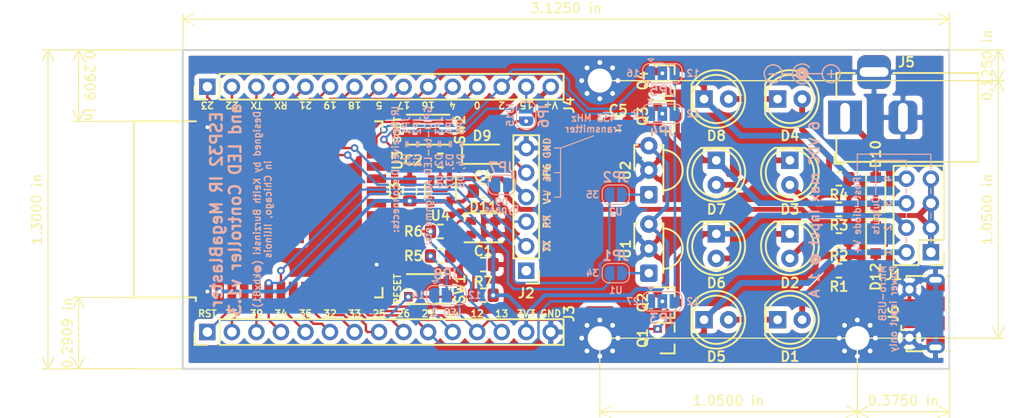
<source format=kicad_pcb>
(kicad_pcb (version 20171130) (host pcbnew "(5.1.5-0-10_14)")
  (layers (0 F.Cu signal) (31 B.Cu signal) (34 B.Paste user) (35 F.Paste user) (36 B.SilkS user) (37 F.SilkS user) (38 B.Mask user) (39 F.Mask user) (44 Edge.Cuts user))
  (net 0 "")
  (net 1 RESET)
  (net 2 GND)
  (net 3 +5V)
  (net 4 +3V3)
  (net 5 "Net-(D1-Pad2)")
  (net 6 "Net-(D1-Pad1)")
  (net 7 "Net-(D2-Pad2)")
  (net 8 "Net-(D2-Pad1)")
  (net 9 "Net-(D3-Pad2)")
  (net 10 "Net-(D3-Pad1)")
  (net 11 "Net-(D4-Pad2)")
  (net 12 "Net-(D4-Pad1)")
  (net 13 FET1)
  (net 14 FET2)
  (net 15 FET3)
  (net 16 FET4)
  (net 17 +BATT)
  (net 18 "Net-(D10-Pad2)")
  (net 19 "Net-(D11-Pad2)")
  (net 20 "Net-(D12-Pad2)")
  (net 21 RXD)
  (net 22 TXD)
  (net 23 GPIO13)
  (net 24 GPIO12)
  (net 25 GPIO14)
  (net 26 GPIO27)
  (net 27 GPIO26)
  (net 28 GPIO25)
  (net 29 GPIO33)
  (net 30 GPIO32)
  (net 31 GPI35)
  (net 32 GPI34)
  (net 33 GPIO39)
  (net 34 GPIO36)
  (net 35 GPIO15)
  (net 36 GPIO2)
  (net 37 GPIO0)
  (net 38 GPIO4)
  (net 39 GPIO16)
  (net 40 GPIO17)
  (net 41 GPIO5)
  (net 42 GPIO18)
  (net 43 GPIO19)
  (net 44 GPIO21)
  (net 45 GPIO22)
  (net 46 GPIO23)
  (net 47 "Net-(JP2-Pad1)")
  (net 48 "Net-(D11-Pad1)")
  (net 49 "Net-(JP1-Pad1)")
  (net 50 "Net-(JP3-Pad2)")
  (net 51 "Net-(JP4-Pad2)")
  (net 52 "Net-(JP5-Pad2)")
  (net 53 "Net-(J2-Pad5)")
  (net 54 "Net-(JP8-Pad2)")
  (module Symbol:Symbol_Barrel_Polarity (layer B.Cu) (at 182.88 66.675)
    (fp_text reference REF** hide)
    (fp_text value Symbol_Barrel_Polarity)
  )
  (module Jumper:SolderJumper-3_P1.3mm_Open_RoundedPad1.0x1.5mm (layer B.Cu) (at 146.05 89.535)
    (fp_text reference JP8 (at 0 -2.159) (layer B.SilkS) (effects (font (thickness 0.2)) (justify mirror)))
    (fp_text value SolderJumper_3_Open)
    (fp_text user "LED 2" (at 0 1.778) (layer B.SilkS) (effects (font (size 0.7 0.7)) (justify mirror)))
    (pad 2 smd rect (at 0 0) (size 1 1.5) (layers B.Cu B.Mask) (net 54 "Net-(JP8-Pad2)"))
    (pad 3 smd custom (at 1.3 0) (size 1 0.5) (layers B.Cu B.Mask) (net 24 GPIO12) (options (clearance outline) (anchor rect)) (primitives (gr_circle (center 0 -0.25) (end 0.5 -0.25) (width 0)) (gr_circle (center 0 0.25) (end 0.5 0.25) (width 0)) (gr_poly (pts (xy -0.55 0.75) (xy 0 0.75) (xy 0 -0.75) (xy -0.55 -0.75)) (width 0))))
    (pad 1 smd custom (at -1.3 0) (size 1 0.5) (layers B.Cu B.Mask) (net 25 GPIO14) (options (clearance outline) (anchor rect)) (primitives (gr_circle (center 0 -0.25) (end 0.5 -0.25) (width 0)) (gr_circle (center 0 0.25) (end 0.5 0.25) (width 0)) (gr_poly (pts (xy 0.55 0.75) (xy 0 0.75) (xy 0 -0.75) (xy 0.55 -0.75)) (width 0))))
  )
  (module Jumper:SolderJumper-2_P1.3mm_Open_RoundedPad1.0x1.5mm (layer B.Cu) (at 151.765 78.105 180)
    (fp_text reference JP7 (at 0 1.8) (layer B.SilkS) (effects (font (thickness 0.2)) (justify mirror)))
    (fp_text value SolderJumper_2_Open)
    (fp_text user D9 (at 0 -1.778 180) (layer B.SilkS) (effects (font (size 0.7 0.7)) (justify mirror)))
    (fp_text user Bypass (at 0 -2.54 180) (layer B.SilkS) (effects (font (size 0.7 0.7)) (justify mirror)))
    (pad 2 smd custom (at 0.65 0 180) (size 1 0.5) (layers B.Cu B.Mask) (net 3 +5V) (options (clearance outline) (anchor rect)) (primitives (gr_circle (center 0 -0.25) (end 0.5 -0.25) (width 0)) (gr_circle (center 0 0.25) (end 0.5 0.25) (width 0)) (gr_poly (pts (xy 0 0.75) (xy -0.5 0.75) (xy -0.5 -0.75) (xy 0 -0.75)) (width 0))))
    (pad 1 smd custom (at -0.65 0 180) (size 1 0.5) (layers B.Cu B.Mask) (net 17 +BATT) (options (clearance outline) (anchor rect)) (primitives (gr_circle (center 0 -0.25) (end 0.5 -0.25) (width 0)) (gr_circle (center 0 0.25) (end 0.5 0.25) (width 0)) (gr_poly (pts (xy 0 0.75) (xy 0.5 0.75) (xy 0.5 -0.75) (xy 0 -0.75)) (width 0))))
  )
  (module Jumper:SolderJumper-2_P1.3mm_Open_RoundedPad1.0x1.5mm (layer B.Cu) (at 154.305 70.866 90)
    (fp_text reference JP6 (at 0 1.8 90) (layer B.SilkS) (effects (font (thickness 0.2)) (justify mirror)))
    (fp_text value SolderJumper_2_Open)
    (fp_text user IO15 (at 0 -1.651 90) (layer B.SilkS) (effects (font (size 0.7 0.7)) (justify mirror)))
    (pad 2 smd custom (at 0.65 0 90) (size 1 0.5) (layers B.Cu B.Mask) (net 35 GPIO15) (options (clearance outline) (anchor rect)) (primitives (gr_circle (center 0 -0.25) (end 0.5 -0.25) (width 0)) (gr_circle (center 0 0.25) (end 0.5 0.25) (width 0)) (gr_poly (pts (xy 0 0.75) (xy -0.5 0.75) (xy -0.5 -0.75) (xy 0 -0.75)) (width 0))))
    (pad 1 smd custom (at -0.65 0 90) (size 1 0.5) (layers B.Cu B.Mask) (net 53 "Net-(J2-Pad5)") (options (clearance outline) (anchor rect)) (primitives (gr_circle (center 0 -0.25) (end 0.5 -0.25) (width 0)) (gr_circle (center 0 0.25) (end 0.5 0.25) (width 0)) (gr_poly (pts (xy 0 0.75) (xy 0.5 0.75) (xy 0.5 -0.75) (xy 0 -0.75)) (width 0))))
  )
  (module Jumper:SolderJumper-3_P1.3mm_Open_RoundedPad1.0x1.5mm (layer B.Cu) (at 168.402 66.548)
    (fp_text reference JP5 (at 0 1.8) (layer B.SilkS) (effects (font (thickness 0.2)) (justify mirror)))
    (fp_text value SolderJumper_3_Open)
    (pad 2 smd rect (at 0 0) (size 1 1.5) (layers B.Cu B.Mask) (net 52 "Net-(JP5-Pad2)"))
    (pad 3 smd custom (at 1.3 0) (size 1 0.5) (layers B.Cu B.Mask) (net 24 GPIO12) (options (clearance outline) (anchor rect)) (primitives (gr_circle (center 0 -0.25) (end 0.5 -0.25) (width 0)) (gr_circle (center 0 0.25) (end 0.5 0.25) (width 0)) (gr_poly (pts (xy -0.55 0.75) (xy 0 0.75) (xy 0 -0.75) (xy -0.55 -0.75)) (width 0))))
    (pad 1 smd custom (at -1.3 0) (size 1 0.5) (layers B.Cu B.Mask) (net 39 GPIO16) (options (clearance outline) (anchor rect)) (primitives (gr_circle (center 0 -0.25) (end 0.5 -0.25) (width 0)) (gr_circle (center 0 0.25) (end 0.5 0.25) (width 0)) (gr_poly (pts (xy 0.55 0.75) (xy 0 0.75) (xy 0 -0.75) (xy 0.55 -0.75)) (width 0))))
  )
  (module Jumper:SolderJumper-3_P1.3mm_Open_RoundedPad1.0x1.5mm (layer B.Cu) (at 168.402 70.739)
    (fp_text reference JP4 (at 0 1.8) (layer B.SilkS) (effects (font (thickness 0.2)) (justify mirror)))
    (fp_text value SolderJumper_3_Open)
    (pad 2 smd rect (at 0 0) (size 1 1.5) (layers B.Cu B.Mask) (net 51 "Net-(JP4-Pad2)"))
    (pad 3 smd custom (at 1.3 0) (size 1 0.5) (layers B.Cu B.Mask) (net 24 GPIO12) (options (clearance outline) (anchor rect)) (primitives (gr_circle (center 0 -0.25) (end 0.5 -0.25) (width 0)) (gr_circle (center 0 0.25) (end 0.5 0.25) (width 0)) (gr_poly (pts (xy -0.55 0.75) (xy 0 0.75) (xy 0 -0.75) (xy -0.55 -0.75)) (width 0))))
    (pad 1 smd custom (at -1.3 0) (size 1 0.5) (layers B.Cu B.Mask) (net 36 GPIO2) (options (clearance outline) (anchor rect)) (primitives (gr_circle (center 0 -0.25) (end 0.5 -0.25) (width 0)) (gr_circle (center 0 0.25) (end 0.5 0.25) (width 0)) (gr_poly (pts (xy 0.55 0.75) (xy 0 0.75) (xy 0 -0.75) (xy 0.55 -0.75)) (width 0))))
  )
  (module Jumper:SolderJumper-3_P1.3mm_Open_RoundedPad1.0x1.5mm (layer B.Cu) (at 168.402 90.17)
    (fp_text reference JP3 (at 0 1.8) (layer B.SilkS) (effects (font (thickness 0.2)) (justify mirror)))
    (fp_text value SolderJumper_3_Open)
    (pad 2 smd rect (at 0 0) (size 1 1.5) (layers B.Cu B.Mask) (net 50 "Net-(JP3-Pad2)"))
    (pad 3 smd custom (at 1.3 0) (size 1 0.5) (layers B.Cu B.Mask) (net 24 GPIO12) (options (clearance outline) (anchor rect)) (primitives (gr_circle (center 0 -0.25) (end 0.5 -0.25) (width 0)) (gr_circle (center 0 0.25) (end 0.5 0.25) (width 0)) (gr_poly (pts (xy -0.55 0.75) (xy 0 0.75) (xy 0 -0.75) (xy -0.55 -0.75)) (width 0))))
    (pad 1 smd custom (at -1.3 0) (size 1 0.5) (layers B.Cu B.Mask) (net 26 GPIO27) (options (clearance outline) (anchor rect)) (primitives (gr_circle (center 0 -0.25) (end 0.5 -0.25) (width 0)) (gr_circle (center 0 0.25) (end 0.5 0.25) (width 0)) (gr_poly (pts (xy 0.55 0.75) (xy 0 0.75) (xy 0 -0.75) (xy 0.55 -0.75)) (width 0))))
  )
  (module Jumper:SolderJumper-2_P1.3mm_Open_RoundedPad1.0x1.5mm (layer B.Cu) (at 163.576 79.121 180)
    (fp_text reference JP2 (at 0 1.8) (layer B.SilkS) (effects (font (thickness 0.2)) (justify mirror)))
    (fp_text value SolderJumper_2_Open)
    (fp_text user U2 (at 0 -1.778 180) (layer B.SilkS) (effects (font (size 0.7 0.7)) (justify mirror)))
    (pad 2 smd custom (at 0.65 0 180) (size 1 0.5) (layers B.Cu B.Mask) (net 31 GPI35) (options (clearance outline) (anchor rect)) (primitives (gr_circle (center 0 -0.25) (end 0.5 -0.25) (width 0)) (gr_circle (center 0 0.25) (end 0.5 0.25) (width 0)) (gr_poly (pts (xy 0 0.75) (xy -0.5 0.75) (xy -0.5 -0.75) (xy 0 -0.75)) (width 0))))
    (pad 1 smd custom (at -0.65 0 180) (size 1 0.5) (layers B.Cu B.Mask) (net 47 "Net-(JP2-Pad1)") (options (clearance outline) (anchor rect)) (primitives (gr_circle (center 0 -0.25) (end 0.5 -0.25) (width 0)) (gr_circle (center 0 0.25) (end 0.5 0.25) (width 0)) (gr_poly (pts (xy 0 0.75) (xy 0.5 0.75) (xy 0.5 -0.75) (xy 0 -0.75)) (width 0))))
  )
  (module Jumper:SolderJumper-2_P1.3mm_Open_RoundedPad1.0x1.5mm (layer B.Cu) (at 163.576 87.249 180)
    (fp_text reference JP1 (at 0 1.8) (layer B.SilkS) (effects (font (thickness 0.2)) (justify mirror)))
    (fp_text value SolderJumper_2_Open)
    (fp_text user U1 (at 0 -1.778 180) (layer B.SilkS) (effects (font (size 0.7 0.7)) (justify mirror)))
    (pad 2 smd custom (at 0.65 0 180) (size 1 0.5) (layers B.Cu B.Mask) (net 32 GPI34) (options (clearance outline) (anchor rect)) (primitives (gr_circle (center 0 -0.25) (end 0.5 -0.25) (width 0)) (gr_circle (center 0 0.25) (end 0.5 0.25) (width 0)) (gr_poly (pts (xy 0 0.75) (xy -0.5 0.75) (xy -0.5 -0.75) (xy 0 -0.75)) (width 0))))
    (pad 1 smd custom (at -0.65 0 180) (size 1 0.5) (layers B.Cu B.Mask) (net 49 "Net-(JP1-Pad1)") (options (clearance outline) (anchor rect)) (primitives (gr_circle (center 0 -0.25) (end 0.5 -0.25) (width 0)) (gr_circle (center 0 0.25) (end 0.5 0.25) (width 0)) (gr_poly (pts (xy 0 0.75) (xy 0.5 0.75) (xy 0.5 -0.75) (xy 0 -0.75)) (width 0))))
  )
  (module RF_Module:ESP32-WROOM-32 (layer F.Cu) (at 129.54 80.645 90)
    (fp_text reference U3 (at 5.08 11.43 270) (layer F.SilkS) (effects (font (thickness 0.2))))
    (fp_text value ESP32-WROOM-32D)
    (pad 38 smd rect (at 8.5 -8.255 90) (size 2 0.9) (layers F.Cu F.Paste F.Mask) (net 2 GND))
    (pad 37 smd rect (at 8.5 -6.985 90) (size 2 0.9) (layers F.Cu F.Paste F.Mask) (net 46 GPIO23))
    (pad 36 smd rect (at 8.5 -5.715 90) (size 2 0.9) (layers F.Cu F.Paste F.Mask) (net 45 GPIO22))
    (pad 35 smd rect (at 8.5 -4.445 90) (size 2 0.9) (layers F.Cu F.Paste F.Mask) (net 22 TXD))
    (pad 34 smd rect (at 8.5 -3.175 90) (size 2 0.9) (layers F.Cu F.Paste F.Mask) (net 21 RXD))
    (pad 33 smd rect (at 8.5 -1.905 90) (size 2 0.9) (layers F.Cu F.Paste F.Mask) (net 44 GPIO21))
    (pad 32 smd rect (at 8.5 -0.635 90) (size 2 0.9) (layers F.Cu F.Paste F.Mask))
    (pad 31 smd rect (at 8.5 0.635 90) (size 2 0.9) (layers F.Cu F.Paste F.Mask) (net 43 GPIO19))
    (pad 30 smd rect (at 8.5 1.905 90) (size 2 0.9) (layers F.Cu F.Paste F.Mask) (net 42 GPIO18))
    (pad 29 smd rect (at 8.5 3.175 90) (size 2 0.9) (layers F.Cu F.Paste F.Mask) (net 41 GPIO5))
    (pad 28 smd rect (at 8.5 4.445 90) (size 2 0.9) (layers F.Cu F.Paste F.Mask) (net 40 GPIO17))
    (pad 27 smd rect (at 8.5 5.715 90) (size 2 0.9) (layers F.Cu F.Paste F.Mask) (net 39 GPIO16))
    (pad 26 smd rect (at 8.5 6.985 90) (size 2 0.9) (layers F.Cu F.Paste F.Mask) (net 38 GPIO4))
    (pad 25 smd rect (at 8.5 8.255 90) (size 2 0.9) (layers F.Cu F.Paste F.Mask) (net 37 GPIO0))
    (pad 24 smd rect (at 5.715 9.255 180) (size 2 0.9) (layers F.Cu F.Paste F.Mask) (net 36 GPIO2))
    (pad 23 smd rect (at 4.445 9.255 180) (size 2 0.9) (layers F.Cu F.Paste F.Mask) (net 35 GPIO15))
    (pad 22 smd rect (at 3.175 9.255 180) (size 2 0.9) (layers F.Cu F.Paste F.Mask))
    (pad 21 smd rect (at 1.905 9.255 180) (size 2 0.9) (layers F.Cu F.Paste F.Mask))
    (pad 20 smd rect (at 0.635 9.255 180) (size 2 0.9) (layers F.Cu F.Paste F.Mask))
    (pad 19 smd rect (at -0.635 9.255 180) (size 2 0.9) (layers F.Cu F.Paste F.Mask))
    (pad 18 smd rect (at -1.905 9.255 180) (size 2 0.9) (layers F.Cu F.Paste F.Mask))
    (pad 17 smd rect (at -3.175 9.255 180) (size 2 0.9) (layers F.Cu F.Paste F.Mask))
    (pad 16 smd rect (at -4.445 9.255 180) (size 2 0.9) (layers F.Cu F.Paste F.Mask) (net 23 GPIO13))
    (pad 15 smd rect (at -5.715 9.255 180) (size 2 0.9) (layers F.Cu F.Paste F.Mask) (net 2 GND))
    (pad 14 smd rect (at -8.5 8.255 90) (size 2 0.9) (layers F.Cu F.Paste F.Mask) (net 24 GPIO12))
    (pad 13 smd rect (at -8.5 6.985 90) (size 2 0.9) (layers F.Cu F.Paste F.Mask) (net 25 GPIO14))
    (pad 12 smd rect (at -8.5 5.715 90) (size 2 0.9) (layers F.Cu F.Paste F.Mask) (net 26 GPIO27))
    (pad 11 smd rect (at -8.5 4.445 90) (size 2 0.9) (layers F.Cu F.Paste F.Mask) (net 27 GPIO26))
    (pad 10 smd rect (at -8.5 3.175 90) (size 2 0.9) (layers F.Cu F.Paste F.Mask) (net 28 GPIO25))
    (pad 9 smd rect (at -8.5 1.905 90) (size 2 0.9) (layers F.Cu F.Paste F.Mask) (net 29 GPIO33))
    (pad 8 smd rect (at -8.5 0.635 90) (size 2 0.9) (layers F.Cu F.Paste F.Mask) (net 30 GPIO32))
    (pad 7 smd rect (at -8.5 -0.635 90) (size 2 0.9) (layers F.Cu F.Paste F.Mask) (net 31 GPI35))
    (pad 6 smd rect (at -8.5 -1.905 90) (size 2 0.9) (layers F.Cu F.Paste F.Mask) (net 32 GPI34))
    (pad 5 smd rect (at -8.5 -3.175 90) (size 2 0.9) (layers F.Cu F.Paste F.Mask) (net 33 GPIO39))
    (pad 4 smd rect (at -8.5 -4.445 90) (size 2 0.9) (layers F.Cu F.Paste F.Mask) (net 34 GPIO36))
    (pad 3 smd rect (at -8.5 -5.715 90) (size 2 0.9) (layers F.Cu F.Paste F.Mask) (net 1 RESET))
    (pad 2 smd rect (at -8.5 -6.985 90) (size 2 0.9) (layers F.Cu F.Paste F.Mask) (net 4 +3V3))
    (pad 1 smd rect (at -8.5 -8.255 90) (size 2 0.9) (layers F.Cu F.Paste F.Mask) (net 2 GND))
    (pad 39 smd rect (at -1 -0.755 90) (size 5 5) (layers F.Cu F.Paste F.Mask) (net 2 GND))
  )
  (module OptoDevice:Vishay_MINICAST-3Pin (layer F.Cu) (at 167.005 79.121 90)
    (fp_text reference U2 (at 2.5 -2.4 270) (layer F.SilkS) (effects (font (thickness 0.2))))
    (fp_text value TSOP382xx)
    (pad 1 thru_hole roundrect (at 0 0 90) (size 1.8 1.8) (drill 0.9) (layers *.Cu *.Mask) (roundrect_rratio 0.139) (net 47 "Net-(JP2-Pad1)"))
    (pad 2 thru_hole circle (at 2.54 0 90) (size 1.8 1.8) (drill 0.9) (layers *.Cu *.Mask) (net 2 GND))
    (pad 3 thru_hole circle (at 5.08 0 90) (size 1.8 1.8) (drill 0.9) (layers *.Cu *.Mask) (net 4 +3V3))
  )
  (module OptoDevice:Vishay_MINICAST-3Pin (layer F.Cu) (at 167.005 87.249 90)
    (fp_text reference U1 (at 2.5 -2.4 270) (layer F.SilkS) (effects (font (thickness 0.2))))
    (fp_text value TSOP382xx)
    (pad 3 thru_hole circle (at 5.08 0 90) (size 1.8 1.8) (drill 0.9) (layers *.Cu *.Mask) (net 4 +3V3))
    (pad 2 thru_hole circle (at 2.54 0 90) (size 1.8 1.8) (drill 0.9) (layers *.Cu *.Mask) (net 2 GND))
    (pad 1 thru_hole roundrect (at 0 0 90) (size 1.8 1.8) (drill 0.9) (layers *.Cu *.Mask) (roundrect_rratio 0.139) (net 49 "Net-(JP1-Pad1)"))
  )
  (module Package_TO_SOT_SMD:SOT-23 (layer F.Cu) (at 168.91 70.993)
    (fp_text reference Q3 (at -2.54 0 90) (layer F.SilkS) (effects (font (thickness 0.2))))
    (fp_text value 2N7002)
    (pad 3 smd rect (at 1 0) (size 0.9 0.8) (layers F.Cu F.Paste F.Mask) (net 15 FET3))
    (pad 2 smd rect (at -1 0.95) (size 0.9 0.8) (layers F.Cu F.Paste F.Mask) (net 2 GND))
    (pad 1 smd rect (at -1 -0.95) (size 0.9 0.8) (layers F.Cu F.Paste F.Mask) (net 51 "Net-(JP4-Pad2)"))
  )
  (module LED_SMD:LED_Cree-PLCC4_3.2x2.8mm_CCW (layer F.Cu) (at 149.86 82.55)
    (fp_text reference D11 (at 0 -2.159) (layer F.SilkS) (effects (font (thickness 0.2))))
    (fp_text value LED_Dual_AACC)
    (pad 1 smd rect (at -1.25 -0.7) (size 1 0.8) (layers F.Cu F.Paste F.Mask) (net 48 "Net-(D11-Pad1)"))
    (pad 4 smd rect (at 1.25 -0.7) (size 1 0.8) (layers F.Cu F.Paste F.Mask) (net 2 GND))
    (pad 3 smd rect (at 1.25 0.7) (size 1 0.8) (layers F.Cu F.Paste F.Mask) (net 2 GND))
    (pad 2 smd rect (at -1.25 0.7) (size 1 0.8) (layers F.Cu F.Paste F.Mask) (net 19 "Net-(D11-Pad2)"))
  )
  (module Package_TO_SOT_SMD:SOT-23 (layer F.Cu) (at 168.91 90.297)
    (fp_text reference Q2 (at -2.54 0 90) (layer F.SilkS) (effects (font (thickness 0.2))))
    (fp_text value 2N7002)
    (pad 3 smd rect (at 1 0) (size 0.9 0.8) (layers F.Cu F.Paste F.Mask) (net 14 FET2))
    (pad 2 smd rect (at -1 0.95) (size 0.9 0.8) (layers F.Cu F.Paste F.Mask) (net 2 GND))
    (pad 1 smd rect (at -1 -0.95) (size 0.9 0.8) (layers F.Cu F.Paste F.Mask) (net 50 "Net-(JP3-Pad2)"))
  )
  (module Resistor_SMD:R_0805_2012Metric_Pad1.15x1.40mm_HandSolder (layer F.Cu) (at 186.69 77.47 180)
    (fp_text reference R4 (at 0 -1.65) (layer F.SilkS) (effects (font (thickness 0.2))))
    (fp_text value 100)
    (pad 2 smd roundrect (at 1.025 0 180) (size 1.15 1.4) (layers F.Cu F.Paste F.Mask) (roundrect_rratio 0.217391) (net 11 "Net-(D4-Pad2)"))
    (pad 1 smd roundrect (at -1.025 0 180) (size 1.15 1.4) (layers F.Cu F.Paste F.Mask) (roundrect_rratio 0.217391) (net 3 +5V))
  )
  (module Resistor_SMD:R_0805_2012Metric_Pad1.15x1.40mm_HandSolder (layer F.Cu) (at 186.69 80.645 180)
    (fp_text reference R3 (at 0 -1.65) (layer F.SilkS) (effects (font (thickness 0.2))))
    (fp_text value 100)
    (pad 2 smd roundrect (at 1.025 0 180) (size 1.15 1.4) (layers F.Cu F.Paste F.Mask) (roundrect_rratio 0.217391) (net 9 "Net-(D3-Pad2)"))
    (pad 1 smd roundrect (at -1.025 0 180) (size 1.15 1.4) (layers F.Cu F.Paste F.Mask) (roundrect_rratio 0.217391) (net 3 +5V))
  )
  (module Package_TO_SOT_SMD:SOT-23 (layer F.Cu) (at 168.91 67.31)
    (fp_text reference Q4 (at -2.54 0 90) (layer F.SilkS) (effects (font (thickness 0.2))))
    (fp_text value 2N7002)
    (pad 3 smd rect (at 1 0) (size 0.9 0.8) (layers F.Cu F.Paste F.Mask) (net 16 FET4))
    (pad 2 smd rect (at -1 0.95) (size 0.9 0.8) (layers F.Cu F.Paste F.Mask) (net 2 GND))
    (pad 1 smd rect (at -1 -0.95) (size 0.9 0.8) (layers F.Cu F.Paste F.Mask) (net 52 "Net-(JP5-Pad2)"))
  )
  (module LED_THT:LED_D5.0mm (layer F.Cu) (at 172.72 69.215)
    (fp_text reference D8 (at 1.27 3.81) (layer F.SilkS) (effects (font (thickness 0.2))))
    (fp_text value LED)
    (pad 1 thru_hole rect (at 0 0) (size 1.8 1.8) (drill 0.9) (layers *.Cu *.Mask) (net 16 FET4))
    (pad 2 thru_hole circle (at 2.54 0) (size 1.8 1.8) (drill 0.9) (layers *.Cu *.Mask) (net 12 "Net-(D4-Pad1)"))
  )
  (module LED_THT:LED_D5.0mm (layer F.Cu) (at 173.99 75.565 270)
    (fp_text reference D7 (at 5.08 0 180) (layer F.SilkS) (effects (font (thickness 0.2))))
    (fp_text value LED)
    (pad 1 thru_hole rect (at 0 0 270) (size 1.8 1.8) (drill 0.9) (layers *.Cu *.Mask) (net 15 FET3))
    (pad 2 thru_hole circle (at 2.54 0 270) (size 1.8 1.8) (drill 0.9) (layers *.Cu *.Mask) (net 10 "Net-(D3-Pad1)"))
  )
  (module LED_THT:LED_D5.0mm (layer F.Cu) (at 180.34 69.215)
    (fp_text reference D4 (at 1.27 3.81) (layer F.SilkS) (effects (font (thickness 0.2))))
    (fp_text value LED)
    (pad 1 thru_hole rect (at 0 0) (size 1.8 1.8) (drill 0.9) (layers *.Cu *.Mask) (net 12 "Net-(D4-Pad1)"))
    (pad 2 thru_hole circle (at 2.54 0) (size 1.8 1.8) (drill 0.9) (layers *.Cu *.Mask) (net 11 "Net-(D4-Pad2)"))
  )
  (module LED_THT:LED_D5.0mm (layer F.Cu) (at 181.61 75.565 270)
    (fp_text reference D3 (at 5.08 0 180) (layer F.SilkS) (effects (font (thickness 0.2))))
    (fp_text value LED)
    (pad 1 thru_hole rect (at 0 0 270) (size 1.8 1.8) (drill 0.9) (layers *.Cu *.Mask) (net 10 "Net-(D3-Pad1)"))
    (pad 2 thru_hole circle (at 2.54 0 270) (size 1.8 1.8) (drill 0.9) (layers *.Cu *.Mask) (net 9 "Net-(D3-Pad2)"))
  )
  (module Package_TO_SOT_SMD:SOT-23-5 (layer F.Cu) (at 145.415 78.74 270)
    (fp_text reference U4 (at 2.54 0 180) (layer F.SilkS) (effects (font (thickness 0.2))))
    (fp_text value AP2112K-3.3)
    (pad 5 smd rect (at 1.1 -0.95 270) (size 1.06 0.65) (layers F.Cu F.Paste F.Mask) (net 4 +3V3))
    (pad 4 smd rect (at 1.1 0.95 270) (size 1.06 0.65) (layers F.Cu F.Paste F.Mask) (net 4 +3V3))
    (pad 3 smd rect (at -1.1 0.95 270) (size 1.06 0.65) (layers F.Cu F.Paste F.Mask) (net 3 +5V))
    (pad 2 smd rect (at -1.1 0 270) (size 1.06 0.65) (layers F.Cu F.Paste F.Mask) (net 2 GND))
    (pad 1 smd rect (at -1.1 -0.95 270) (size 1.06 0.65) (layers F.Cu F.Paste F.Mask) (net 3 +5V))
  )
  (module Button_Switch_SMD:SW_Push_1P1T_NO_CK_KMR2 (layer F.Cu) (at 144.145 72.39)
    (fp_text reference SW2 (at 3.302 0 90) (layer F.SilkS) (effects (font (thickness 0.2))))
    (fp_text value SW_Boot)
    (pad 2 smd rect (at 2.05 0.8) (size 0.9 1) (layers F.Cu F.Paste F.Mask) (net 2 GND))
    (pad 1 smd rect (at 2.05 -0.8) (size 0.9 1) (layers F.Cu F.Paste F.Mask) (net 37 GPIO0))
    (pad 2 smd rect (at -2.05 0.8) (size 0.9 1) (layers F.Cu F.Paste F.Mask) (net 2 GND))
    (pad 1 smd rect (at -2.05 -0.8) (size 0.9 1) (layers F.Cu F.Paste F.Mask) (net 37 GPIO0))
  )
  (module Button_Switch_SMD:SW_Push_1P1T_NO_CK_KMR2 (layer F.Cu) (at 144.145 88.9 180)
    (fp_text reference SW1 (at -3.302 0 90) (layer F.SilkS) (effects (font (thickness 0.2))))
    (fp_text value SW_Reset)
    (pad 2 smd rect (at 2.05 0.8 180) (size 0.9 1) (layers F.Cu F.Paste F.Mask) (net 2 GND))
    (pad 1 smd rect (at 2.05 -0.8 180) (size 0.9 1) (layers F.Cu F.Paste F.Mask) (net 1 RESET))
    (pad 2 smd rect (at -2.05 0.8 180) (size 0.9 1) (layers F.Cu F.Paste F.Mask) (net 2 GND))
    (pad 1 smd rect (at -2.05 -0.8 180) (size 0.9 1) (layers F.Cu F.Paste F.Mask) (net 1 RESET))
  )
  (module Resistor_SMD:R_0805_2012Metric_Pad1.15x1.40mm_HandSolder (layer F.Cu) (at 149.86 89.535 180)
    (fp_text reference R7 (at 0 1.397) (layer F.SilkS) (effects (font (thickness 0.2))))
    (fp_text value 10K)
    (pad 2 smd roundrect (at 1.025 0 180) (size 1.15 1.4) (layers F.Cu F.Paste F.Mask) (roundrect_rratio 0.217391) (net 1 RESET))
    (pad 1 smd roundrect (at -1.025 0 180) (size 1.15 1.4) (layers F.Cu F.Paste F.Mask) (roundrect_rratio 0.217391) (net 4 +3V3))
  )
  (module Resistor_SMD:R_0805_2012Metric_Pad1.15x1.40mm_HandSolder (layer F.Cu) (at 145.415 82.931)
    (fp_text reference R6 (at -2.794 0) (layer F.SilkS) (effects (font (thickness 0.2))))
    (fp_text value 1K)
    (pad 2 smd roundrect (at 1.025 0) (size 1.15 1.4) (layers F.Cu F.Paste F.Mask) (roundrect_rratio 0.217391) (net 48 "Net-(D11-Pad1)"))
    (pad 1 smd roundrect (at -1.025 0) (size 1.15 1.4) (layers F.Cu F.Paste F.Mask) (roundrect_rratio 0.217391) (net 23 GPIO13))
  )
  (module Resistor_SMD:R_0805_2012Metric_Pad1.15x1.40mm_HandSolder (layer F.Cu) (at 145.415 85.471)
    (fp_text reference R5 (at -2.794 0) (layer F.SilkS) (effects (font (thickness 0.2))))
    (fp_text value 1K)
    (pad 2 smd roundrect (at 1.025 0) (size 1.15 1.4) (layers F.Cu F.Paste F.Mask) (roundrect_rratio 0.217391) (net 19 "Net-(D11-Pad2)"))
    (pad 1 smd roundrect (at -1.025 0) (size 1.15 1.4) (layers F.Cu F.Paste F.Mask) (roundrect_rratio 0.217391) (net 54 "Net-(JP8-Pad2)"))
  )
  (module Resistor_SMD:R_0805_2012Metric_Pad1.15x1.40mm_HandSolder (layer F.Cu) (at 186.69 83.82 180)
    (fp_text reference R2 (at 0 -1.65) (layer F.SilkS) (effects (font (thickness 0.2))))
    (fp_text value 100)
    (pad 2 smd roundrect (at 1.025 0 180) (size 1.15 1.4) (layers F.Cu F.Paste F.Mask) (roundrect_rratio 0.217391) (net 7 "Net-(D2-Pad2)"))
    (pad 1 smd roundrect (at -1.025 0 180) (size 1.15 1.4) (layers F.Cu F.Paste F.Mask) (roundrect_rratio 0.217391) (net 3 +5V))
  )
  (module Resistor_SMD:R_0805_2012Metric_Pad1.15x1.40mm_HandSolder (layer F.Cu) (at 186.69 86.995 180)
    (fp_text reference R1 (at 0 -1.65) (layer F.SilkS) (effects (font (thickness 0.2))))
    (fp_text value 100)
    (pad 2 smd roundrect (at 1.025 0 180) (size 1.15 1.4) (layers F.Cu F.Paste F.Mask) (roundrect_rratio 0.217391) (net 5 "Net-(D1-Pad2)"))
    (pad 1 smd roundrect (at -1.025 0 180) (size 1.15 1.4) (layers F.Cu F.Paste F.Mask) (roundrect_rratio 0.217391) (net 3 +5V))
  )
  (module Package_TO_SOT_SMD:SOT-23 (layer F.Cu) (at 168.91 93.98)
    (fp_text reference Q1 (at -2.54 0 90) (layer F.SilkS) (effects (font (thickness 0.2))))
    (fp_text value 2N7002)
    (pad 3 smd rect (at 1 0) (size 0.9 0.8) (layers F.Cu F.Paste F.Mask) (net 13 FET1))
    (pad 2 smd rect (at -1 0.95) (size 0.9 0.8) (layers F.Cu F.Paste F.Mask) (net 2 GND))
    (pad 1 smd rect (at -1 -0.95) (size 0.9 0.8) (layers F.Cu F.Paste F.Mask) (net 24 GPIO12))
  )
  (module Connector_PinHeader_2.54mm:PinHeader_1x15_P2.54mm_Vertical (layer F.Cu) (at 121.285 67.945 90)
    (fp_text reference J4 (at -1.905 37.465 90) (layer F.SilkS) (effects (font (thickness 0.2))))
    (fp_text value Conn_01x15)
    (pad 15 thru_hole oval (at 0 35.56 90) (size 1.7 1.7) (drill 1) (layers *.Cu *.Mask) (net 17 +BATT))
    (pad 14 thru_hole oval (at 0 33.02 90) (size 1.7 1.7) (drill 1) (layers *.Cu *.Mask) (net 35 GPIO15))
    (pad 13 thru_hole oval (at 0 30.48 90) (size 1.7 1.7) (drill 1) (layers *.Cu *.Mask) (net 36 GPIO2))
    (pad 12 thru_hole oval (at 0 27.94 90) (size 1.7 1.7) (drill 1) (layers *.Cu *.Mask) (net 37 GPIO0))
    (pad 11 thru_hole oval (at 0 25.4 90) (size 1.7 1.7) (drill 1) (layers *.Cu *.Mask) (net 38 GPIO4))
    (pad 10 thru_hole oval (at 0 22.86 90) (size 1.7 1.7) (drill 1) (layers *.Cu *.Mask) (net 39 GPIO16))
    (pad 9 thru_hole oval (at 0 20.32 90) (size 1.7 1.7) (drill 1) (layers *.Cu *.Mask) (net 40 GPIO17))
    (pad 8 thru_hole oval (at 0 17.78 90) (size 1.7 1.7) (drill 1) (layers *.Cu *.Mask) (net 41 GPIO5))
    (pad 7 thru_hole oval (at 0 15.24 90) (size 1.7 1.7) (drill 1) (layers *.Cu *.Mask) (net 42 GPIO18))
    (pad 6 thru_hole oval (at 0 12.7 90) (size 1.7 1.7) (drill 1) (layers *.Cu *.Mask) (net 43 GPIO19))
    (pad 5 thru_hole oval (at 0 10.16 90) (size 1.7 1.7) (drill 1) (layers *.Cu *.Mask) (net 44 GPIO21))
    (pad 4 thru_hole oval (at 0 7.62 90) (size 1.7 1.7) (drill 1) (layers *.Cu *.Mask) (net 21 RXD))
    (pad 3 thru_hole oval (at 0 5.08 90) (size 1.7 1.7) (drill 1) (layers *.Cu *.Mask) (net 22 TXD))
    (pad 2 thru_hole oval (at 0 2.54 90) (size 1.7 1.7) (drill 1) (layers *.Cu *.Mask) (net 45 GPIO22))
    (pad 1 thru_hole rect (at 0 0 90) (size 1.7 1.7) (drill 1) (layers *.Cu *.Mask) (net 46 GPIO23))
  )
  (module Connector_PinHeader_2.54mm:PinHeader_1x15_P2.54mm_Vertical (layer F.Cu) (at 121.285 93.345 90)
    (fp_text reference J3 (at 1.905 37.465 90) (layer F.SilkS) (effects (font (thickness 0.2))))
    (fp_text value Conn_01x15)
    (pad 15 thru_hole oval (at 0 35.56 90) (size 1.7 1.7) (drill 1) (layers *.Cu *.Mask) (net 2 GND))
    (pad 14 thru_hole oval (at 0 33.02 90) (size 1.7 1.7) (drill 1) (layers *.Cu *.Mask) (net 4 +3V3))
    (pad 13 thru_hole oval (at 0 30.48 90) (size 1.7 1.7) (drill 1) (layers *.Cu *.Mask) (net 23 GPIO13))
    (pad 12 thru_hole oval (at 0 27.94 90) (size 1.7 1.7) (drill 1) (layers *.Cu *.Mask) (net 24 GPIO12))
    (pad 11 thru_hole oval (at 0 25.4 90) (size 1.7 1.7) (drill 1) (layers *.Cu *.Mask) (net 25 GPIO14))
    (pad 10 thru_hole oval (at 0 22.86 90) (size 1.7 1.7) (drill 1) (layers *.Cu *.Mask) (net 26 GPIO27))
    (pad 9 thru_hole oval (at 0 20.32 90) (size 1.7 1.7) (drill 1) (layers *.Cu *.Mask) (net 27 GPIO26))
    (pad 8 thru_hole oval (at 0 17.78 90) (size 1.7 1.7) (drill 1) (layers *.Cu *.Mask) (net 28 GPIO25))
    (pad 7 thru_hole oval (at 0 15.24 90) (size 1.7 1.7) (drill 1) (layers *.Cu *.Mask) (net 29 GPIO33))
    (pad 6 thru_hole oval (at 0 12.7 90) (size 1.7 1.7) (drill 1) (layers *.Cu *.Mask) (net 30 GPIO32))
    (pad 5 thru_hole oval (at 0 10.16 90) (size 1.7 1.7) (drill 1) (layers *.Cu *.Mask) (net 31 GPI35))
    (pad 4 thru_hole oval (at 0 7.62 90) (size 1.7 1.7) (drill 1) (layers *.Cu *.Mask) (net 32 GPI34))
    (pad 3 thru_hole oval (at 0 5.08 90) (size 1.7 1.7) (drill 1) (layers *.Cu *.Mask) (net 33 GPIO39))
    (pad 2 thru_hole oval (at 0 2.54 90) (size 1.7 1.7) (drill 1) (layers *.Cu *.Mask) (net 34 GPIO36))
    (pad 1 thru_hole rect (at 0 0 90) (size 1.7 1.7) (drill 1) (layers *.Cu *.Mask) (net 1 RESET))
  )
  (module Connector_PinHeader_2.54mm:PinHeader_1x06_P2.54mm_Vertical (layer F.Cu) (at 154.305 86.995 180)
    (fp_text reference J2 (at 0 -2.33) (layer F.SilkS) (effects (font (thickness 0.2))))
    (fp_text value Conn_01x06)
    (pad 6 thru_hole oval (at 0 12.7 180) (size 1.7 1.7) (drill 1) (layers *.Cu *.Mask) (net 2 GND))
    (pad 5 thru_hole oval (at 0 10.16 180) (size 1.7 1.7) (drill 1) (layers *.Cu *.Mask) (net 53 "Net-(J2-Pad5)"))
    (pad 4 thru_hole oval (at 0 7.62 180) (size 1.7 1.7) (drill 1) (layers *.Cu *.Mask) (net 17 +BATT))
    (pad 3 thru_hole oval (at 0 5.08 180) (size 1.7 1.7) (drill 1) (layers *.Cu *.Mask) (net 21 RXD))
    (pad 2 thru_hole oval (at 0 2.54 180) (size 1.7 1.7) (drill 1) (layers *.Cu *.Mask) (net 22 TXD))
    (pad 1 thru_hole rect (at 0 0 180) (size 1.7 1.7) (drill 1) (layers *.Cu *.Mask))
  )
  (module Connector_PinHeader_2.54mm:PinHeader_2x04_P2.54mm_Vertical (layer F.Cu) (at 196.215 85.09 180)
    (fp_text reference J1 (at 3.81 -2.33) (layer F.SilkS) (effects (font (thickness 0.2))))
    (fp_text value Conn_02x04_Odd_Even)
    (fp_text user Outputs (at 5.715 3.81 270) (layer B.SilkS) (effects (font (size 0.7 0.7)) (justify mirror)))
    (fp_text user "Post-diode V+" (at 7.62 3.81 270) (layer B.SilkS) (effects (font (size 0.7 0.7)) (justify mirror)))
    (pad 8 thru_hole oval (at 2.54 7.62 180) (size 1.7 1.7) (drill 1) (layers *.Cu *.Mask) (net 16 FET4))
    (pad 7 thru_hole oval (at 0 7.62 180) (size 1.7 1.7) (drill 1) (layers *.Cu *.Mask) (net 3 +5V))
    (pad 6 thru_hole oval (at 2.54 5.08 180) (size 1.7 1.7) (drill 1) (layers *.Cu *.Mask) (net 15 FET3))
    (pad 5 thru_hole oval (at 0 5.08 180) (size 1.7 1.7) (drill 1) (layers *.Cu *.Mask) (net 3 +5V))
    (pad 4 thru_hole oval (at 2.54 2.54 180) (size 1.7 1.7) (drill 1) (layers *.Cu *.Mask) (net 14 FET2))
    (pad 3 thru_hole oval (at 0 2.54 180) (size 1.7 1.7) (drill 1) (layers *.Cu *.Mask) (net 3 +5V))
    (pad 2 thru_hole oval (at 2.54 0 180) (size 1.7 1.7) (drill 1) (layers *.Cu *.Mask) (net 13 FET1))
    (pad 1 thru_hole rect (at 0 0 180) (size 1.7 1.7) (drill 1) (layers *.Cu *.Mask) (net 3 +5V))
  )
  (module Connector_USB:USB_Micro-B_Molex-105017-0001 (layer F.Cu) (at 195.453 91.44 90)
    (fp_text reference J6 (at 0 -3.1125 90) (layer F.SilkS) (effects (font (thickness 0.2))))
    (fp_text value USB_B_Micro)
    (pad 6 smd rect (at -2.9 1.2375 90) (size 1.2 1.9) (layers F.Cu F.Mask) (net 2 GND))
    (pad 6 smd rect (at 2.9 1.2375 90) (size 1.2 1.9) (layers F.Cu F.Mask) (net 2 GND))
    (pad 6 thru_hole oval (at 3.5 1.2375 90) (size 1.2 1.9) (drill oval 0.6 1.3) (layers *.Cu *.Mask) (net 2 GND))
    (pad 6 thru_hole oval (at -3.5 1.2375 270) (size 1.2 1.9) (drill oval 0.6 1.3) (layers *.Cu *.Mask) (net 2 GND))
    (pad 6 smd rect (at -1 1.2375 90) (size 1.5 1.9) (layers F.Cu F.Paste F.Mask) (net 2 GND))
    (pad 6 thru_hole circle (at 2.5 -1.4625 90) (size 1.45 1.45) (drill 0.85) (layers *.Cu *.Mask) (net 2 GND))
    (pad 3 smd rect (at 0 -1.4625 90) (size 0.4 1.35) (layers F.Cu F.Paste F.Mask))
    (pad 4 smd rect (at 0.65 -1.4625 90) (size 0.4 1.35) (layers F.Cu F.Paste F.Mask))
    (pad 5 smd rect (at 1.3 -1.4625 90) (size 0.4 1.35) (layers F.Cu F.Paste F.Mask) (net 2 GND))
    (pad 1 smd rect (at -1.3 -1.4625 90) (size 0.4 1.35) (layers F.Cu F.Paste F.Mask) (net 20 "Net-(D12-Pad2)"))
    (pad 2 smd rect (at -0.65 -1.4625 90) (size 0.4 1.35) (layers F.Cu F.Paste F.Mask))
    (pad 6 thru_hole circle (at -2.5 -1.4625 90) (size 1.45 1.45) (drill 0.85) (layers *.Cu *.Mask) (net 2 GND))
    (pad 6 smd rect (at 1 1.2375 90) (size 1.5 1.9) (layers F.Cu F.Paste F.Mask) (net 2 GND))
  )
  (module Connector_BarrelJack:BarrelJack_Horizontal (layer F.Cu) (at 187.325 71.12 180)
    (fp_text reference J5 (at -6.35 5.715) (layer F.SilkS) (effects (font (thickness 0.2))))
    (fp_text value Barrel_Jack_Switch)
    (fp_text user "+      -" (at 4.445 4.572 180) (layer B.SilkS) (effects (font (size 1.04 1.04)) (justify mirror)))
    (fp_text user "6 VDC max input @ 1 A" (at 3.175 -9.525 270) (layer B.SilkS) (effects (font (thickness 0.2)) (justify mirror)))
    (pad 3 thru_hole roundrect (at -3 4.7 180) (size 3.5 3.5) (drill oval 3 1) (layers *.Cu *.Mask) (net 2 GND))
    (pad 2 thru_hole roundrect (at -6 0 180) (size 3 3.5) (drill oval 1 3) (layers *.Cu *.Mask) (net 2 GND))
    (pad 1 thru_hole rect (at 0 0 180) (size 3.5 3.5) (drill oval 1 3) (layers *.Cu *.Mask) (net 18 "Net-(D10-Pad2)"))
  )
  (module MountingHole:MountingHole_2.5mm_Pad_Via (layer F.Cu) (at 188.595 93.98)
    (fp_text reference H3 hide)
    (fp_text value MountingHole_Pad)
    (pad 1 thru_hole circle (at 1.325825 -1.325825) (size 0.8 0.8) (drill 0.5) (layers *.Cu *.Mask) (net 2 GND))
    (pad 1 thru_hole circle (at 0 -1.875) (size 0.8 0.8) (drill 0.5) (layers *.Cu *.Mask) (net 2 GND))
    (pad 1 thru_hole circle (at -1.325825 -1.325825) (size 0.8 0.8) (drill 0.5) (layers *.Cu *.Mask) (net 2 GND))
    (pad 1 thru_hole circle (at -1.875 0) (size 0.8 0.8) (drill 0.5) (layers *.Cu *.Mask) (net 2 GND))
    (pad 1 thru_hole circle (at -1.325825 1.325825) (size 0.8 0.8) (drill 0.5) (layers *.Cu *.Mask) (net 2 GND))
    (pad 1 thru_hole circle (at 0 1.875) (size 0.8 0.8) (drill 0.5) (layers *.Cu *.Mask) (net 2 GND))
    (pad 1 thru_hole circle (at 1.325825 1.325825) (size 0.8 0.8) (drill 0.5) (layers *.Cu *.Mask) (net 2 GND))
    (pad 1 thru_hole circle (at 1.875 0) (size 0.8 0.8) (drill 0.5) (layers *.Cu *.Mask) (net 2 GND))
    (pad 1 thru_hole circle (at 0 0) (size 5 5) (drill 2.5) (layers *.Cu *.Mask) (net 2 GND))
  )
  (module MountingHole:MountingHole_2.5mm_Pad_Via (layer F.Cu) (at 161.925 93.98)
    (fp_text reference H2 hide)
    (fp_text value MountingHole_Pad)
    (pad 1 thru_hole circle (at 1.325825 -1.325825) (size 0.8 0.8) (drill 0.5) (layers *.Cu *.Mask) (net 2 GND))
    (pad 1 thru_hole circle (at 0 -1.875) (size 0.8 0.8) (drill 0.5) (layers *.Cu *.Mask) (net 2 GND))
    (pad 1 thru_hole circle (at -1.325825 -1.325825) (size 0.8 0.8) (drill 0.5) (layers *.Cu *.Mask) (net 2 GND))
    (pad 1 thru_hole circle (at -1.875 0) (size 0.8 0.8) (drill 0.5) (layers *.Cu *.Mask) (net 2 GND))
    (pad 1 thru_hole circle (at -1.325825 1.325825) (size 0.8 0.8) (drill 0.5) (layers *.Cu *.Mask) (net 2 GND))
    (pad 1 thru_hole circle (at 0 1.875) (size 0.8 0.8) (drill 0.5) (layers *.Cu *.Mask) (net 2 GND))
    (pad 1 thru_hole circle (at 1.325825 1.325825) (size 0.8 0.8) (drill 0.5) (layers *.Cu *.Mask) (net 2 GND))
    (pad 1 thru_hole circle (at 1.875 0) (size 0.8 0.8) (drill 0.5) (layers *.Cu *.Mask) (net 2 GND))
    (pad 1 thru_hole circle (at 0 0) (size 5 5) (drill 2.5) (layers *.Cu *.Mask) (net 2 GND))
  )
  (module MountingHole:MountingHole_2.5mm_Pad_Via (layer F.Cu) (at 161.925 67.31)
    (fp_text reference H1 hide)
    (fp_text value MountingHole_Pad)
    (pad 1 thru_hole circle (at 1.325825 -1.325825) (size 0.8 0.8) (drill 0.5) (layers *.Cu *.Mask) (net 2 GND))
    (pad 1 thru_hole circle (at 0 -1.875) (size 0.8 0.8) (drill 0.5) (layers *.Cu *.Mask) (net 2 GND))
    (pad 1 thru_hole circle (at -1.325825 -1.325825) (size 0.8 0.8) (drill 0.5) (layers *.Cu *.Mask) (net 2 GND))
    (pad 1 thru_hole circle (at -1.875 0) (size 0.8 0.8) (drill 0.5) (layers *.Cu *.Mask) (net 2 GND))
    (pad 1 thru_hole circle (at -1.325825 1.325825) (size 0.8 0.8) (drill 0.5) (layers *.Cu *.Mask) (net 2 GND))
    (pad 1 thru_hole circle (at 0 1.875) (size 0.8 0.8) (drill 0.5) (layers *.Cu *.Mask) (net 2 GND))
    (pad 1 thru_hole circle (at 1.325825 1.325825) (size 0.8 0.8) (drill 0.5) (layers *.Cu *.Mask) (net 2 GND))
    (pad 1 thru_hole circle (at 1.875 0) (size 0.8 0.8) (drill 0.5) (layers *.Cu *.Mask) (net 2 GND))
    (pad 1 thru_hole circle (at 0 0) (size 5 5) (drill 2.5) (layers *.Cu *.Mask) (net 2 GND))
  )
  (module Diode_SMD:D_SOD-123F (layer F.Cu) (at 190.5 83.82 270)
    (fp_text reference D12 (at 3.81 0 90) (layer F.SilkS) (effects (font (thickness 0.2))))
    (fp_text value MBR120)
    (pad 2 smd rect (at 1.4 0 270) (size 1.1 1.1) (layers F.Cu F.Paste F.Mask) (net 20 "Net-(D12-Pad2)"))
    (pad 1 smd rect (at -1.4 0 270) (size 1.1 1.1) (layers F.Cu F.Paste F.Mask) (net 3 +5V))
  )
  (module Diode_SMD:D_SOD-123F (layer F.Cu) (at 190.5 78.74 90)
    (fp_text reference D10 (at 3.81 0 90) (layer F.SilkS) (effects (font (thickness 0.2))))
    (fp_text value MBR120)
    (pad 2 smd rect (at 1.4 0 90) (size 1.1 1.1) (layers F.Cu F.Paste F.Mask) (net 18 "Net-(D10-Pad2)"))
    (pad 1 smd rect (at -1.4 0 90) (size 1.1 1.1) (layers F.Cu F.Paste F.Mask) (net 3 +5V))
  )
  (module Diode_SMD:D_SOD-123F (layer F.Cu) (at 149.86 74.93)
    (fp_text reference D9 (at -0.127 -1.905) (layer F.SilkS) (effects (font (thickness 0.2))))
    (fp_text value MBR120)
    (pad 2 smd rect (at 1.4 0) (size 1.1 1.1) (layers F.Cu F.Paste F.Mask) (net 17 +BATT))
    (pad 1 smd rect (at -1.4 0) (size 1.1 1.1) (layers F.Cu F.Paste F.Mask) (net 3 +5V))
  )
  (module LED_THT:LED_D5.0mm (layer F.Cu) (at 173.99 83.185 270)
    (fp_text reference D6 (at 5.08 0 180) (layer F.SilkS) (effects (font (thickness 0.2))))
    (fp_text value LED)
    (pad 1 thru_hole rect (at 0 0 270) (size 1.8 1.8) (drill 0.9) (layers *.Cu *.Mask) (net 14 FET2))
    (pad 2 thru_hole circle (at 2.54 0 270) (size 1.8 1.8) (drill 0.9) (layers *.Cu *.Mask) (net 8 "Net-(D2-Pad1)"))
  )
  (module LED_THT:LED_D5.0mm (layer F.Cu) (at 172.72 92.075)
    (fp_text reference D5 (at 1.27 3.81) (layer F.SilkS) (effects (font (thickness 0.2))))
    (fp_text value LED)
    (pad 1 thru_hole rect (at 0 0) (size 1.8 1.8) (drill 0.9) (layers *.Cu *.Mask) (net 13 FET1))
    (pad 2 thru_hole circle (at 2.54 0) (size 1.8 1.8) (drill 0.9) (layers *.Cu *.Mask) (net 6 "Net-(D1-Pad1)"))
  )
  (module LED_THT:LED_D5.0mm (layer F.Cu) (at 181.61 83.185 270)
    (fp_text reference D2 (at 5.08 0 180) (layer F.SilkS) (effects (font (thickness 0.2))))
    (fp_text value LED)
    (pad 1 thru_hole rect (at 0 0 270) (size 1.8 1.8) (drill 0.9) (layers *.Cu *.Mask) (net 8 "Net-(D2-Pad1)"))
    (pad 2 thru_hole circle (at 2.54 0 270) (size 1.8 1.8) (drill 0.9) (layers *.Cu *.Mask) (net 7 "Net-(D2-Pad2)"))
  )
  (module LED_THT:LED_D5.0mm (layer F.Cu) (at 180.34 92.075)
    (fp_text reference D1 (at 1.27 3.81) (layer F.SilkS) (effects (font (thickness 0.2))))
    (fp_text value LED)
    (pad 1 thru_hole rect (at 0 0) (size 1.8 1.8) (drill 0.9) (layers *.Cu *.Mask) (net 6 "Net-(D1-Pad1)"))
    (pad 2 thru_hole circle (at 2.54 0) (size 1.8 1.8) (drill 0.9) (layers *.Cu *.Mask) (net 5 "Net-(D1-Pad2)"))
  )
  (module Capacitor_SMD:C_0805_2012Metric_Pad1.15x1.40mm_HandSolder (layer F.Cu) (at 163.83 71.755 180)
    (fp_text reference C5 (at 0 1.397) (layer F.SilkS) (effects (font (thickness 0.2))))
    (fp_text value "10 uF")
    (pad 2 smd roundrect (at 1.025 0 180) (size 1.15 1.4) (layers F.Cu F.Paste F.Mask) (roundrect_rratio 0.217391) (net 4 +3V3))
    (pad 1 smd roundrect (at -1.025 0 180) (size 1.15 1.4) (layers F.Cu F.Paste F.Mask) (roundrect_rratio 0.217391) (net 2 GND))
  )
  (module Capacitor_SMD:C_0805_2012Metric_Pad1.15x1.40mm_HandSolder (layer F.Cu) (at 149.86 78.74 180)
    (fp_text reference C4 (at 0 1.524) (layer F.SilkS) (effects (font (thickness 0.2))))
    (fp_text value "10 uF")
    (pad 2 smd roundrect (at 1.025 0 180) (size 1.15 1.4) (layers F.Cu F.Paste F.Mask) (roundrect_rratio 0.217391) (net 4 +3V3))
    (pad 1 smd roundrect (at -1.025 0 180) (size 1.15 1.4) (layers F.Cu F.Paste F.Mask) (roundrect_rratio 0.217391) (net 2 GND))
  )
  (module Capacitor_SMD:C_0805_2012Metric_Pad1.15x1.40mm_HandSolder (layer F.Cu) (at 142.24 78.74 270)
    (fp_text reference C3 (at 0 1.524 90) (layer F.SilkS) (effects (font (thickness 0.2))))
    (fp_text value "10 uF")
    (pad 1 smd roundrect (at -1.025 0 270) (size 1.15 1.4) (layers F.Cu F.Paste F.Mask) (roundrect_rratio 0.217391) (net 2 GND))
    (pad 2 smd roundrect (at 1.025 0 270) (size 1.15 1.4) (layers F.Cu F.Paste F.Mask) (roundrect_rratio 0.217391) (net 4 +3V3))
  )
  (module Capacitor_SMD:C_0805_2012Metric_Pad1.15x1.40mm_HandSolder (layer F.Cu) (at 145.415 75.565)
    (fp_text reference C2 (at -2.794 0) (layer F.SilkS) (effects (font (thickness 0.2))))
    (fp_text value "10 uF")
    (pad 2 smd roundrect (at 1.025 0) (size 1.15 1.4) (layers F.Cu F.Paste F.Mask) (roundrect_rratio 0.217391) (net 3 +5V))
    (pad 1 smd roundrect (at -1.025 0) (size 1.15 1.4) (layers F.Cu F.Paste F.Mask) (roundrect_rratio 0.217391) (net 2 GND))
  )
  (module Capacitor_SMD:C_0805_2012Metric_Pad1.15x1.40mm_HandSolder (layer F.Cu) (at 149.86 86.36)
    (fp_text reference C1 (at 0 -1.397) (layer F.SilkS) (effects (font (thickness 0.2))))
    (fp_text value "1 uF")
    (pad 2 smd roundrect (at 1.025 0) (size 1.15 1.4) (layers F.Cu F.Paste F.Mask) (roundrect_rratio 0.217391) (net 2 GND))
    (pad 1 smd roundrect (at -1.025 0) (size 1.15 1.4) (layers F.Cu F.Paste F.Mask) (roundrect_rratio 0.217391) (net 1 RESET))
  )
  (gr_line (start 157.861 74.295) (end 161.29 73.025) (layer B.SilkS) (width 0.12))
  (gr_line (start 157.861 74.295) (end 157.226 74.295) (layer B.SilkS) (width 0.12))
  (gr_line (start 157.861 76.835) (end 157.861 74.295) (layer B.SilkS) (width 0.12))
  (gr_line (start 157.861 76.835) (end 157.226 76.835) (layer B.SilkS) (width 0.12))
  (gr_line (start 157.861 79.375) (end 157.861 76.835) (layer B.SilkS) (width 0.12))
  (gr_line (start 157.226 79.375) (end 157.861 79.375) (layer B.SilkS) (width 0.12))
  (gr_text "433 MHz\nTransmitter" (at 161.29 71.755) (layer B.SilkS) (effects (font (size 0.7 0.7)) (justify mirror)))
  (gr_line (start 193.675 84.074) (end 193.675 83.566) (layer B.SilkS) (width 0.12))
  (gr_line (start 193.675 81.534) (end 193.675 81.026) (layer B.SilkS) (width 0.12))
  (gr_line (start 193.675 78.994) (end 193.675 78.486) (layer B.SilkS) (width 0.12))
  (gr_line (start 196.215 74.93) (end 196.215 76.454) (layer B.SilkS) (width 0.12))
  (gr_line (start 188.595 74.93) (end 196.215 74.93) (layer B.SilkS) (width 0.12))
  (gr_line (start 188.595 77.089) (end 188.595 74.93) (layer B.SilkS) (width 0.12))
  (gr_line (start 190.5 75.565) (end 190.5 79.121) (layer B.SilkS) (width 0.12))
  (gr_line (start 193.675 75.565) (end 190.5 75.565) (layer B.SilkS) (width 0.12))
  (gr_line (start 193.675 76.454) (end 193.675 75.565) (layer B.SilkS) (width 0.12))
  (gr_line (start 196.215 78.994) (end 196.215 78.486) (layer B.SilkS) (width 0.12))
  (gr_line (start 196.215 81.534) (end 196.215 81.026) (layer B.SilkS) (width 0.12))
  (gr_line (start 196.215 84.074) (end 196.215 83.566) (layer B.SilkS) (width 0.12))
  (gr_text 4 (at 191.77 77.47 90) (layer B.SilkS) (effects (font (size 0.7 0.7)) (justify mirror)))
  (gr_text JP6 (at 156.464 76.835 90) (layer F.SilkS) (effects (font (size 0.7 0.7))))
  (gr_text JP6 (at 156.464 76.835 90) (layer B.SilkS) (effects (font (size 0.7 0.7)) (justify mirror)))
  (dimension 7.390007 (width 0.12) (layer F.SilkS) (gr_text "7.390 mm" (at 106.680715 93.450542 89.92246855) (layer F.SilkS) (effects (font (size 1 1) (thickness 0.15)))) (feature1 (pts (xy 113.665 97.155) (xy 107.359294 97.146467))) (feature2 (pts (xy 113.675 89.765) (xy 107.369294 89.756467))) (crossbar (pts (xy 107.955714 89.757261) (xy 107.945714 97.147261))) (arrow1a (pts (xy 107.945714 97.147261) (xy 107.360818 96.019965))) (arrow1b (pts (xy 107.945714 97.147261) (xy 108.533659 96.021552))) (arrow2a (pts (xy 107.955714 89.757261) (xy 107.367769 90.88297))) (arrow2b (pts (xy 107.955714 89.757261) (xy 108.54061 90.884557))))
  (dimension 33.02 (width 0.12) (layer F.SilkS) (gr_text "33.020 mm" (at 103.505 80.645 270) (layer F.SilkS) (effects (font (size 1 1) (thickness 0.15)))) (feature1 (pts (xy 118.745 97.155) (xy 104.188579 97.155))) (feature2 (pts (xy 118.745 64.135) (xy 104.188579 64.135))) (crossbar (pts (xy 104.775 64.135) (xy 104.775 97.155))) (arrow1a (pts (xy 104.775 97.155) (xy 104.188579 96.028496))) (arrow1b (pts (xy 104.775 97.155) (xy 105.361421 96.028496))) (arrow2a (pts (xy 104.775 64.135) (xy 104.188579 65.261504))) (arrow2b (pts (xy 104.775 64.135) (xy 105.361421 65.261504))))
  (dimension 7.390007 (width 0.12) (layer F.SilkS) (gr_text "7.390 mm" (at 106.679856 67.839459 -89.92246855) (layer F.SilkS) (effects (font (size 1 1) (thickness 0.15)))) (feature1 (pts (xy 113.665 64.135) (xy 107.358435 64.143534))) (feature2 (pts (xy 113.675 71.525) (xy 107.368435 71.533534))) (crossbar (pts (xy 107.954855 71.53274) (xy 107.944855 64.14274))) (arrow1a (pts (xy 107.944855 64.14274) (xy 108.5328 65.268449))) (arrow1b (pts (xy 107.944855 64.14274) (xy 107.359959 65.270036))) (arrow2a (pts (xy 107.954855 71.53274) (xy 108.539751 70.405444))) (arrow2b (pts (xy 107.954855 71.53274) (xy 107.36691 70.407031))))
  (dimension 9.525 (width 0.12) (layer F.SilkS) (gr_text "9.525 mm" (at 193.3575 102.87) (layer F.SilkS) (effects (font (size 1 1) (thickness 0.15)))) (feature1 (pts (xy 198.12 93.98) (xy 198.12 102.186421))) (feature2 (pts (xy 188.595 93.98) (xy 188.595 102.186421))) (crossbar (pts (xy 188.595 101.6) (xy 198.12 101.6))) (arrow1a (pts (xy 198.12 101.6) (xy 196.993496 102.186421))) (arrow1b (pts (xy 198.12 101.6) (xy 196.993496 101.013579))) (arrow2a (pts (xy 188.595 101.6) (xy 189.721504 102.186421))) (arrow2b (pts (xy 188.595 101.6) (xy 189.721504 101.013579))))
  (dimension 3.175 (width 0.12) (layer F.SilkS) (gr_text "3.175 mm" (at 204.47 65.7225 90) (layer F.SilkS) (effects (font (size 1 1) (thickness 0.15)))) (feature1 (pts (xy 161.925 64.135) (xy 203.786421 64.135))) (feature2 (pts (xy 161.925 67.31) (xy 203.786421 67.31))) (crossbar (pts (xy 203.2 67.31) (xy 203.2 64.135))) (arrow1a (pts (xy 203.2 64.135) (xy 203.786421 65.261504))) (arrow1b (pts (xy 203.2 64.135) (xy 202.613579 65.261504))) (arrow2a (pts (xy 203.2 67.31) (xy 203.786421 66.183496))) (arrow2b (pts (xy 203.2 67.31) (xy 202.613579 66.183496))))
  (dimension 26.67 (width 0.12) (layer F.SilkS) (gr_text "26.670 mm" (at 204.47 80.645 270) (layer F.SilkS) (effects (font (size 1 1) (thickness 0.15)))) (feature1 (pts (xy 161.925 93.98) (xy 203.786421 93.98))) (feature2 (pts (xy 161.925 67.31) (xy 203.786421 67.31))) (crossbar (pts (xy 203.2 67.31) (xy 203.2 93.98))) (arrow1a (pts (xy 203.2 93.98) (xy 202.613579 92.853496))) (arrow1b (pts (xy 203.2 93.98) (xy 203.786421 92.853496))) (arrow2a (pts (xy 203.2 67.31) (xy 202.613579 68.436504))) (arrow2b (pts (xy 203.2 67.31) (xy 203.786421 68.436504))))
  (dimension 26.67 (width 0.12) (layer F.SilkS) (gr_text "26.670 mm" (at 175.26 102.869999) (layer F.SilkS) (effects (font (size 1 1) (thickness 0.15)))) (feature1 (pts (xy 188.595 93.98) (xy 188.595 102.18642))) (feature2 (pts (xy 161.925 93.98) (xy 161.925 102.18642))) (crossbar (pts (xy 161.925 101.599999) (xy 188.595 101.599999))) (arrow1a (pts (xy 188.595 101.599999) (xy 187.468496 102.18642))) (arrow1b (pts (xy 188.595 101.599999) (xy 187.468496 101.013578))) (arrow2a (pts (xy 161.925 101.599999) (xy 163.051504 102.18642))) (arrow2b (pts (xy 161.925 101.599999) (xy 163.051504 101.013578))))
  (gr_text "Micro-USB\nPower input only" (at 191.77 86.36 90) (layer B.SilkS) (effects (font (size 0.7 0.7)) (justify left mirror)))
  (gr_text 1 (at 191.77 85.09 90) (layer B.SilkS) (effects (font (size 0.7 0.7)) (justify mirror)))
  (gr_text 2 (at 191.77 82.55 90) (layer B.SilkS) (effects (font (size 0.7 0.7)) (justify mirror)))
  (gr_text 3 (at 191.77 80.01 90) (layer B.SilkS) (effects (font (size 0.7 0.7)) (justify mirror)))
  (gr_text "IR Receiver Disconnects:\n  JP1 = U1\n  JP2 = U2\nGPIO-to-LED Assignments:\n  JP3 = D2, D6\n  JP4 = D3, D7\n  JP5 = D4, D8" (at 144.145 69.85 90) (layer B.SilkS) (effects (font (size 0.7 0.7)) (justify left mirror)))
  (dimension 79.375 (width 0.12) (layer F.SilkS) (gr_text "79.375 mm" (at 158.4325 59.69) (layer F.SilkS) (effects (font (size 1 1) (thickness 0.15)))) (feature1 (pts (xy 198.12 64.135) (xy 198.12 60.373579))) (feature2 (pts (xy 118.745 64.135) (xy 118.745 60.373579))) (crossbar (pts (xy 118.745 60.96) (xy 198.12 60.96))) (arrow1a (pts (xy 198.12 60.96) (xy 196.993496 61.546421))) (arrow1b (pts (xy 198.12 60.96) (xy 196.993496 60.373579))) (arrow2a (pts (xy 118.745 60.96) (xy 119.871504 61.546421))) (arrow2b (pts (xy 118.745 60.96) (xy 119.871504 60.373579))))
  (gr_text GND (at 156.464 74.295 90) (layer B.SilkS) (effects (font (size 0.7 0.7)) (justify mirror)))
  (gr_text V+ (at 156.464 79.375 90) (layer B.SilkS) (effects (font (size 0.7 0.7)) (justify mirror)))
  (gr_text RX (at 156.464 81.915 90) (layer B.SilkS) (effects (font (size 0.7 0.7)) (justify mirror)))
  (gr_text TX (at 156.464 84.455 90) (layer B.SilkS) (effects (font (size 0.7 0.7)) (justify mirror)))
  (gr_text 35 (at 160.401 79.121) (layer B.SilkS) (effects (font (size 0.7 0.7)) (justify right mirror)))
  (gr_text 34 (at 160.401 87.249) (layer B.SilkS) (effects (font (size 0.7 0.7)) (justify right mirror)))
  (gr_text "Designed by Keith Burzinski (@kbx81)\nin Chicago, Illinois" (at 127 80.645 90) (layer B.SilkS) (effects (font (size 0.7 0.7)) (justify mirror)))
  (gr_text "ESP32 IR MegaBlaster\nand LED Controller v1.3" (at 123.19 80.645 90) (layer B.SilkS) (effects (font (size 1.2 1.2) (thickness 0.25)) (justify mirror)))
  (gr_text GND (at 156.464 74.295 90) (layer F.SilkS) (effects (font (size 0.7 0.7))))
  (gr_text TX (at 156.464 84.455 90) (layer F.SilkS) (effects (font (size 0.7 0.7))))
  (gr_text RX (at 156.464 81.915 90) (layer F.SilkS) (effects (font (size 0.7 0.7))))
  (gr_text V+ (at 156.464 79.375 90) (layer F.SilkS) (effects (font (size 0.7 0.7))))
  (gr_text 16 (at 164.592 66.548) (layer B.SilkS) (effects (font (size 0.7 0.7)) (justify right mirror)))
  (gr_text 2 (at 165.227 70.739) (layer B.SilkS) (effects (font (size 0.7 0.7)) (justify right mirror)))
  (gr_text 27 (at 164.592 90.17) (layer B.SilkS) (effects (font (size 0.7 0.7)) (justify right mirror)))
  (gr_text 14 (at 143.129 89.535) (layer B.SilkS) (effects (font (size 0.7 0.7)) (justify mirror)))
  (gr_text 12 (at 171.577 66.548) (layer B.SilkS) (effects (font (size 0.7 0.7)) (justify mirror)))
  (gr_text 12 (at 171.577 70.739) (layer B.SilkS) (effects (font (size 0.7 0.7)) (justify mirror)))
  (gr_text 12 (at 171.577 90.17) (layer B.SilkS) (effects (font (size 0.7 0.7)) (justify mirror)))
  (gr_text 12 (at 148.971 89.535) (layer B.SilkS) (effects (font (size 0.7 0.7)) (justify mirror)))
  (gr_text BOOT (at 140.97 72.39 90) (layer F.SilkS) (effects (font (size 0.7 0.7))))
  (gr_text RESET (at 140.97 88.9 90) (layer F.SilkS) (effects (font (size 0.7 0.7))))
  (gr_text 23 (at 121.285 69.85 180) (layer F.SilkS) (effects (font (size 0.7 0.7))))
  (gr_text 22 (at 123.825 69.85 180) (layer F.SilkS) (effects (font (size 0.7 0.7))))
  (gr_text TX (at 126.365 69.85 180) (layer F.SilkS) (effects (font (size 0.7 0.7))))
  (gr_text RX (at 128.905 69.85 180) (layer F.SilkS) (effects (font (size 0.7 0.7))))
  (gr_text 21 (at 131.445 69.85 180) (layer F.SilkS) (effects (font (size 0.7 0.7))))
  (gr_text 19 (at 133.985 69.85 180) (layer F.SilkS) (effects (font (size 0.7 0.7))))
  (gr_text 18 (at 136.525 69.85 180) (layer F.SilkS) (effects (font (size 0.7 0.7))))
  (gr_text 5 (at 139.065 69.85 180) (layer F.SilkS) (effects (font (size 0.7 0.7))))
  (gr_text 17 (at 141.605 69.85 180) (layer F.SilkS) (effects (font (size 0.7 0.7))))
  (gr_text 16 (at 144.145 69.85 180) (layer F.SilkS) (effects (font (size 0.7 0.7))))
  (gr_text 4 (at 146.685 69.85 180) (layer F.SilkS) (effects (font (size 0.7 0.7))))
  (gr_text 0 (at 149.225 69.85 180) (layer F.SilkS) (effects (font (size 0.7 0.7))))
  (gr_text 2 (at 151.765 69.85 180) (layer F.SilkS) (effects (font (size 0.7 0.7))))
  (gr_text 15 (at 154.305 69.85 180) (layer F.SilkS) (effects (font (size 0.7 0.7))))
  (gr_text V+ (at 156.845 69.85 180) (layer F.SilkS) (effects (font (size 0.7 0.7))))
  (gr_text GND (at 156.845 91.44) (layer F.SilkS) (effects (font (size 0.7 0.7))))
  (gr_text 3V3 (at 154.305 91.44) (layer F.SilkS) (effects (font (size 0.7 0.7))))
  (gr_text 13 (at 151.765 91.44) (layer F.SilkS) (effects (font (size 0.7 0.7))))
  (gr_text 12 (at 149.225 91.44) (layer F.SilkS) (effects (font (size 0.7 0.7))))
  (gr_text 14 (at 146.685 91.44) (layer F.SilkS) (effects (font (size 0.7 0.7))))
  (gr_text 27 (at 144.145 91.44) (layer F.SilkS) (effects (font (size 0.7 0.7))))
  (gr_text 26 (at 141.605 91.44) (layer F.SilkS) (effects (font (size 0.7 0.7))))
  (gr_text 25 (at 139.065 91.44) (layer F.SilkS) (effects (font (size 0.7 0.7))))
  (gr_text 33 (at 136.525 91.44) (layer F.SilkS) (effects (font (size 0.7 0.7))))
  (gr_text 32 (at 133.985 91.44) (layer F.SilkS) (effects (font (size 0.7 0.7))))
  (gr_text 35 (at 131.445 91.44) (layer F.SilkS) (effects (font (size 0.7 0.7))))
  (gr_text 34 (at 128.905 91.44) (layer F.SilkS) (effects (font (size 0.7 0.7))))
  (gr_text 39 (at 126.365 91.44) (layer F.SilkS) (effects (font (size 0.7 0.7))))
  (gr_text 36 (at 123.825 91.44) (layer F.SilkS) (effects (font (size 0.7 0.7))))
  (gr_text RST (at 121.285 91.44) (layer F.SilkS) (effects (font (size 0.7 0.7))))
  (gr_line (start 198.12 64.135) (end 118.745 64.135) (layer Edge.Cuts) (width 0.2))
  (gr_line (start 198.12 97.155) (end 198.12 64.135) (layer Edge.Cuts) (width 0.2))
  (gr_line (start 118.745 97.155) (end 198.12 97.155) (layer Edge.Cuts) (width 0.2))
  (gr_line (start 118.745 64.135) (end 118.745 97.155) (layer Edge.Cuts) (width 0.2))
  (segment (start 123.825 90.805) (end 123.825 89.145) (width 0.25) (layer F.Cu) (net 1))
  (segment (start 121.285 93.345) (end 123.825 90.805) (width 0.25) (layer F.Cu) (net 1))
  (segment (start 148.835 86.36) (end 148.835 89.535) (width 0.25) (layer F.Cu) (net 1))
  (segment (start 148.67 89.7) (end 148.835 89.535) (width 0.25) (layer F.Cu) (net 1))
  (segment (start 146.195 89.7) (end 148.67 89.7) (width 0.25) (layer F.Cu) (net 1))
  (segment (start 139.72 92.075) (end 142.095 89.7) (width 0.25) (layer B.Cu) (net 1))
  (segment (start 122.555 92.075) (end 139.72 92.075) (width 0.25) (layer B.Cu) (net 1))
  (segment (start 121.285 93.345) (end 122.555 92.075) (width 0.25) (layer B.Cu) (net 1))
  (via (at 142.095 89.7) (size 0.8) (drill 0.4) (layers F.Cu B.Cu) (net 1))
  (segment (start 142.795 89.7) (end 146.195 89.7) (width 0.25) (layer F.Cu) (net 1))
  (segment (start 142.095 89.7) (end 142.795 89.7) (width 0.25) (layer F.Cu) (net 1))
  (segment (start 193.9905 90.14) (end 193.9905 88.94) (width 0.4) (layer F.Cu) (net 2))
  (segment (start 144.39 75.565) (end 144.39 75.81) (width 0.25) (layer F.Cu) (net 2))
  (segment (start 145.415 76.835) (end 145.415 77.64) (width 0.25) (layer F.Cu) (net 2))
  (segment (start 144.39 75.81) (end 145.415 76.835) (width 0.25) (layer F.Cu) (net 2))
  (via (at 121.285 72.136) (size 0.8) (drill 0.4) (layers F.Cu B.Cu) (net 2))
  (via (at 138.811 86.36) (size 0.8) (drill 0.4) (layers F.Cu B.Cu) (net 2))
  (via (at 121.285 89.154) (size 0.8) (drill 0.4) (layers F.Cu B.Cu) (net 2))
  (segment (start 164.1 93.03) (end 161.605 93.03) (width 0.25) (layer F.Cu) (net 2))
  (segment (start 168.91 92.075) (end 168.91 93.98) (width 0.4) (layer F.Cu) (net 2))
  (segment (start 167.91 91.247) (end 168.082 91.247) (width 0.4) (layer F.Cu) (net 2))
  (segment (start 168.91 93.98) (end 167.96 94.93) (width 0.4) (layer F.Cu) (net 2))
  (segment (start 167.96 94.93) (end 167.91 94.93) (width 0.4) (layer F.Cu) (net 2))
  (segment (start 168.082 91.247) (end 168.91 92.075) (width 0.4) (layer F.Cu) (net 2))
  (segment (start 144.465 77.64) (end 144.465 78.425) (width 0.25) (layer F.Cu) (net 3))
  (segment (start 144.465 78.425) (end 144.78 78.74) (width 0.25) (layer F.Cu) (net 3))
  (segment (start 146.365 78.42) (end 146.365 77.64) (width 0.25) (layer F.Cu) (net 3))
  (segment (start 146.045 78.74) (end 146.365 78.42) (width 0.25) (layer F.Cu) (net 3))
  (segment (start 144.78 78.74) (end 146.045 78.74) (width 0.25) (layer F.Cu) (net 3))
  (segment (start 146.365 75.64) (end 146.44 75.565) (width 0.5) (layer F.Cu) (net 3))
  (segment (start 146.365 77.64) (end 146.365 75.64) (width 0.5) (layer F.Cu) (net 3))
  (segment (start 196.215 77.47) (end 196.215 80.01) (width 0.6) (layer B.Cu) (net 3))
  (segment (start 196.215 80.01) (end 196.215 82.55) (width 0.6) (layer B.Cu) (net 3))
  (segment (start 196.215 82.55) (end 196.215 85.09) (width 0.6) (layer B.Cu) (net 3))
  (segment (start 196.215 85.09) (end 196.215 82.55) (width 0.6) (layer F.Cu) (net 3))
  (segment (start 196.215 82.55) (end 196.215 80.01) (width 0.6) (layer F.Cu) (net 3))
  (segment (start 196.215 80.01) (end 196.215 77.47) (width 0.6) (layer F.Cu) (net 3))
  (segment (start 196.215 80.01) (end 194.945 81.28) (width 0.6) (layer F.Cu) (net 3))
  (segment (start 190.5 81.09) (end 190.5 80.14) (width 0.6) (layer F.Cu) (net 3))
  (segment (start 190.69 81.28) (end 190.5 81.09) (width 0.6) (layer F.Cu) (net 3))
  (segment (start 194.945 81.28) (end 190.69 81.28) (width 0.5) (layer F.Cu) (net 3))
  (segment (start 194.945 81.28) (end 196.215 82.55) (width 0.6) (layer F.Cu) (net 3))
  (segment (start 147.075 74.93) (end 146.44 75.565) (width 0.5) (layer F.Cu) (net 3))
  (segment (start 148.46 74.93) (end 147.075 74.93) (width 0.5) (layer F.Cu) (net 3))
  (segment (start 190.5 81.47) (end 190.69 81.28) (width 0.6) (layer F.Cu) (net 3))
  (segment (start 190.5 82.42) (end 190.5 81.47) (width 0.6) (layer F.Cu) (net 3))
  (segment (start 187.715 81.345) (end 187.715 80.645) (width 0.5) (layer F.Cu) (net 3))
  (segment (start 187.145 81.915) (end 187.715 81.345) (width 0.5) (layer F.Cu) (net 3))
  (segment (start 187.715 82.485) (end 187.715 83.82) (width 0.5) (layer F.Cu) (net 3))
  (segment (start 187.145 81.915) (end 187.715 82.485) (width 0.5) (layer F.Cu) (net 3))
  (segment (start 153.67 80.645) (end 152.273 79.248) (width 0.5) (layer F.Cu) (net 3))
  (segment (start 153.67 80.645) (end 182.88 80.645) (width 0.5) (layer F.Cu) (net 3))
  (segment (start 182.88 80.645) (end 184.15 81.915) (width 0.5) (layer F.Cu) (net 3))
  (segment (start 184.15 81.915) (end 187.145 81.915) (width 0.5) (layer F.Cu) (net 3))
  (segment (start 147.785 77.64) (end 147.955 77.47) (width 0.5) (layer F.Cu) (net 3))
  (segment (start 146.365 77.64) (end 147.785 77.64) (width 0.5) (layer F.Cu) (net 3))
  (segment (start 152.273 77.978) (end 151.765 77.47) (width 0.5) (layer F.Cu) (net 3))
  (segment (start 152.273 79.248) (end 152.273 77.978) (width 0.5) (layer F.Cu) (net 3))
  (via (at 149.86 77.47) (size 0.8) (drill 0.4) (layers F.Cu B.Cu) (net 3))
  (segment (start 151.115 78.105) (end 150.495 78.105) (width 0.5) (layer B.Cu) (net 3))
  (segment (start 150.495 78.105) (end 149.86 77.47) (width 0.5) (layer B.Cu) (net 3))
  (segment (start 149.86 77.47) (end 151.765 77.47) (width 0.5) (layer F.Cu) (net 3))
  (segment (start 147.955 77.47) (end 149.86 77.47) (width 0.5) (layer F.Cu) (net 3))
  (segment (start 146.365 79.84) (end 144.465 79.84) (width 0.4) (layer F.Cu) (net 4))
  (segment (start 142.315 79.84) (end 142.24 79.765) (width 0.4) (layer F.Cu) (net 4))
  (segment (start 144.465 79.84) (end 142.315 79.84) (width 0.4) (layer F.Cu) (net 4))
  (via (at 142.24 79.765) (size 0.8) (drill 0.4) (layers F.Cu B.Cu) (net 4))
  (segment (start 147.735 79.84) (end 148.835 78.74) (width 0.4) (layer F.Cu) (net 4))
  (segment (start 146.365 79.84) (end 147.735 79.84) (width 0.4) (layer F.Cu) (net 4))
  (segment (start 138.675 79.765) (end 142.24 79.765) (width 0.4) (layer B.Cu) (net 4))
  (segment (start 129.295 89.145) (end 138.675 79.765) (width 0.4) (layer B.Cu) (net 4))
  (via (at 122.555 89.145) (size 0.8) (drill 0.4) (layers F.Cu B.Cu) (net 4))
  (segment (start 122.555 89.145) (end 129.295 89.145) (width 0.4) (layer B.Cu) (net 4))
  (segment (start 167.005 82.169) (end 168.91 80.264) (width 0.4) (layer B.Cu) (net 4))
  (segment (start 168.91 75.946) (end 167.005 74.041) (width 0.4) (layer B.Cu) (net 4))
  (segment (start 168.91 80.264) (end 168.91 75.946) (width 0.4) (layer B.Cu) (net 4))
  (segment (start 162.805 71.755) (end 162.805 71.873) (width 0.4) (layer F.Cu) (net 4))
  (segment (start 164.973 74.041) (end 167.005 74.041) (width 0.4) (layer F.Cu) (net 4))
  (segment (start 162.805 71.873) (end 164.973 74.041) (width 0.4) (layer F.Cu) (net 4))
  (segment (start 167.005 82.169) (end 168.91 84.074) (width 0.4) (layer B.Cu) (net 4))
  (segment (start 168.91 84.074) (end 168.91 88.265) (width 0.4) (layer B.Cu) (net 4))
  (segment (start 168.91 88.265) (end 168.275 88.9) (width 0.4) (layer B.Cu) (net 4))
  (segment (start 154.305 91.44) (end 154.305 93.345) (width 0.4) (layer B.Cu) (net 4))
  (segment (start 154.305 91.44) (end 156.21 89.535) (width 0.4) (layer B.Cu) (net 4))
  (segment (start 156.21 89.535) (end 165.1 89.535) (width 0.4) (layer B.Cu) (net 4))
  (segment (start 165.735 88.9) (end 168.275 88.9) (width 0.4) (layer B.Cu) (net 4))
  (segment (start 165.1 89.535) (end 165.735 88.9) (width 0.4) (layer B.Cu) (net 4))
  (via (at 150.885 89.535) (size 0.8) (drill 0.4) (layers F.Cu B.Cu) (net 4))
  (segment (start 152.4 89.535) (end 154.305 91.44) (width 0.4) (layer B.Cu) (net 4))
  (segment (start 150.885 89.535) (end 152.4 89.535) (width 0.4) (layer B.Cu) (net 4))
  (segment (start 150.885 89.535) (end 150.885 84.845) (width 0.4) (layer B.Cu) (net 4))
  (segment (start 145.805 79.765) (end 142.24 79.765) (width 0.4) (layer B.Cu) (net 4))
  (segment (start 150.885 84.845) (end 145.805 79.765) (width 0.4) (layer B.Cu) (net 4))
  (segment (start 185.665 86.995) (end 185.665 87.131) (width 0.6) (layer F.Cu) (net 5))
  (segment (start 182.88 89.916) (end 182.88 92.075) (width 0.6) (layer F.Cu) (net 5))
  (segment (start 185.665 87.131) (end 182.88 89.916) (width 0.6) (layer F.Cu) (net 5))
  (segment (start 175.26 92.075) (end 180.34 92.075) (width 0.6) (layer F.Cu) (net 6))
  (segment (start 183.515 83.82) (end 185.665 83.82) (width 0.6) (layer F.Cu) (net 7))
  (segment (start 181.61 85.725) (end 183.515 83.82) (width 0.6) (layer F.Cu) (net 7))
  (segment (start 173.99 85.725) (end 176.53 85.725) (width 0.6) (layer F.Cu) (net 8))
  (segment (start 179.07 83.185) (end 181.61 83.185) (width 0.6) (layer F.Cu) (net 8))
  (segment (start 176.53 85.725) (end 179.07 83.185) (width 0.6) (layer F.Cu) (net 8))
  (segment (start 184.15 80.645) (end 181.61 78.105) (width 0.6) (layer F.Cu) (net 9))
  (segment (start 185.665 80.645) (end 184.15 80.645) (width 0.6) (layer F.Cu) (net 9))
  (segment (start 173.99 78.105) (end 176.53 78.105) (width 0.6) (layer F.Cu) (net 10))
  (segment (start 179.07 75.565) (end 181.61 75.565) (width 0.6) (layer F.Cu) (net 10))
  (segment (start 176.53 78.105) (end 179.07 75.565) (width 0.6) (layer F.Cu) (net 10))
  (segment (start 185.665 77.47) (end 185.665 75.175) (width 0.6) (layer F.Cu) (net 11))
  (segment (start 182.88 72.39) (end 182.88 69.215) (width 0.6) (layer F.Cu) (net 11))
  (segment (start 185.665 75.175) (end 182.88 72.39) (width 0.6) (layer F.Cu) (net 11))
  (segment (start 175.26 69.215) (end 180.34 69.215) (width 0.6) (layer F.Cu) (net 12))
  (segment (start 193.675 85.09) (end 186.69 85.09) (width 0.6) (layer B.Cu) (net 13))
  (segment (start 183.515 88.265) (end 176.53 88.265) (width 0.6) (layer B.Cu) (net 13))
  (segment (start 176.53 88.265) (end 172.72 92.075) (width 0.6) (layer B.Cu) (net 13))
  (segment (start 186.69 85.09) (end 183.515 88.265) (width 0.6) (layer B.Cu) (net 13))
  (segment (start 172.72 93.375) (end 172.72 92.075) (width 0.6) (layer F.Cu) (net 13))
  (segment (start 172.115 93.98) (end 172.72 93.375) (width 0.6) (layer F.Cu) (net 13))
  (segment (start 169.91 93.98) (end 172.115 93.98) (width 0.6) (layer F.Cu) (net 13))
  (segment (start 192.405 81.28) (end 193.675 82.55) (width 0.6) (layer B.Cu) (net 14))
  (segment (start 178.435 81.28) (end 192.405 81.28) (width 0.6) (layer B.Cu) (net 14))
  (segment (start 176.53 83.185) (end 178.435 81.28) (width 0.6) (layer B.Cu) (net 14))
  (segment (start 173.99 83.185) (end 176.53 83.185) (width 0.6) (layer B.Cu) (net 14))
  (segment (start 172.69 83.185) (end 173.99 83.185) (width 0.6) (layer F.Cu) (net 14))
  (segment (start 169.91 85.965) (end 172.69 83.185) (width 0.6) (layer F.Cu) (net 14))
  (segment (start 169.91 90.297) (end 169.91 85.965) (width 0.6) (layer F.Cu) (net 14))
  (segment (start 193.675 80.01) (end 178.435 80.01) (width 0.6) (layer B.Cu) (net 15))
  (segment (start 178.435 80.01) (end 173.99 75.565) (width 0.6) (layer B.Cu) (net 15))
  (segment (start 172.69 75.565) (end 169.91 72.785) (width 0.6) (layer F.Cu) (net 15))
  (segment (start 169.91 71.793) (end 169.91 70.993) (width 0.6) (layer F.Cu) (net 15))
  (segment (start 169.91 72.785) (end 169.91 71.793) (width 0.6) (layer F.Cu) (net 15))
  (segment (start 173.99 75.565) (end 172.69 75.565) (width 0.6) (layer F.Cu) (net 15))
  (segment (start 172.72 69.215) (end 176.53 73.025) (width 0.6) (layer B.Cu) (net 16))
  (segment (start 183.515 73.025) (end 187.96 77.47) (width 0.6) (layer B.Cu) (net 16))
  (segment (start 187.96 77.47) (end 193.675 77.47) (width 0.6) (layer B.Cu) (net 16))
  (segment (start 176.53 73.025) (end 183.515 73.025) (width 0.6) (layer B.Cu) (net 16))
  (segment (start 172.72 67.915) (end 172.72 69.215) (width 0.6) (layer F.Cu) (net 16))
  (segment (start 172.115 67.31) (end 172.72 67.915) (width 0.6) (layer F.Cu) (net 16))
  (segment (start 169.91 67.31) (end 172.115 67.31) (width 0.6) (layer F.Cu) (net 16))
  (segment (start 151.26 74.93) (end 151.26 75.06) (width 0.5) (layer F.Cu) (net 17))
  (segment (start 151.26 75.06) (end 153.035 76.835) (width 0.5) (layer F.Cu) (net 17))
  (segment (start 153.035 78.105) (end 154.305 79.375) (width 0.5) (layer F.Cu) (net 17))
  (segment (start 153.035 76.835) (end 153.035 78.105) (width 0.5) (layer F.Cu) (net 17))
  (segment (start 151.26 74.93) (end 151.26 72.26) (width 0.5) (layer F.Cu) (net 17))
  (segment (start 151.26 72.26) (end 153.67 69.85) (width 0.5) (layer F.Cu) (net 17))
  (segment (start 154.94 69.85) (end 156.845 67.945) (width 0.5) (layer F.Cu) (net 17))
  (segment (start 153.67 69.85) (end 154.94 69.85) (width 0.5) (layer F.Cu) (net 17))
  (segment (start 153.035 78.105) (end 154.305 79.375) (width 0.5) (layer B.Cu) (net 17))
  (segment (start 152.415 78.105) (end 153.035 78.105) (width 0.5) (layer B.Cu) (net 17))
  (segment (start 190.5 77.34) (end 190.5 74.295) (width 0.6) (layer F.Cu) (net 18))
  (segment (start 190.5 74.295) (end 187.325 71.12) (width 0.6) (layer F.Cu) (net 18))
  (segment (start 148.525 83.25) (end 148.61 83.25) (width 0.25) (layer F.Cu) (net 19))
  (segment (start 146.44 85.335) (end 148.525 83.25) (width 0.25) (layer F.Cu) (net 19))
  (segment (start 146.44 85.471) (end 146.44 85.335) (width 0.25) (layer F.Cu) (net 19))
  (segment (start 190.5 86.17) (end 190.5 85.22) (width 0.4) (layer F.Cu) (net 20))
  (segment (start 190.5 90.3245) (end 190.5 86.17) (width 0.4) (layer F.Cu) (net 20))
  (segment (start 192.9155 92.74) (end 190.5 90.3245) (width 0.4) (layer F.Cu) (net 20))
  (segment (start 193.9905 92.74) (end 192.9155 92.74) (width 0.4) (layer F.Cu) (net 20))
  (segment (start 126.365 70.485) (end 126.365 72.145) (width 0.25) (layer F.Cu) (net 21))
  (segment (start 128.905 67.945) (end 126.365 70.485) (width 0.25) (layer F.Cu) (net 21))
  (segment (start 127.265 74.295) (end 136.525 74.295) (width 0.25) (layer F.Cu) (net 21))
  (segment (start 126.365 73.395) (end 127.265 74.295) (width 0.25) (layer F.Cu) (net 21))
  (via (at 136.525 74.295) (size 0.8) (drill 0.4) (layers F.Cu B.Cu) (net 21))
  (segment (start 126.365 72.145) (end 126.365 73.395) (width 0.25) (layer F.Cu) (net 21))
  (segment (start 154.305 81.915) (end 153.035 81.915) (width 0.25) (layer B.Cu) (net 21))
  (segment (start 153.035 81.915) (end 148.59 77.47) (width 0.25) (layer B.Cu) (net 21))
  (segment (start 139.7 77.47) (end 136.525 74.295) (width 0.25) (layer B.Cu) (net 21))
  (segment (start 148.59 77.47) (end 139.7 77.47) (width 0.25) (layer B.Cu) (net 21))
  (segment (start 125.095 70.895) (end 125.095 72.145) (width 0.25) (layer F.Cu) (net 22))
  (segment (start 125.095 70.417081) (end 125.095 70.895) (width 0.25) (layer F.Cu) (net 22))
  (segment (start 126.365 69.147081) (end 125.095 70.417081) (width 0.25) (layer F.Cu) (net 22))
  (segment (start 126.365 67.945) (end 126.365 69.147081) (width 0.25) (layer F.Cu) (net 22))
  (via (at 135.817892 75.02) (size 0.8) (drill 0.4) (layers F.Cu B.Cu) (net 22))
  (segment (start 125.095 73.395) (end 126.72 75.02) (width 0.25) (layer F.Cu) (net 22))
  (segment (start 126.72 75.02) (end 135.817892 75.02) (width 0.25) (layer F.Cu) (net 22))
  (segment (start 125.095 72.145) (end 125.095 73.395) (width 0.25) (layer F.Cu) (net 22))
  (segment (start 138.902892 78.105) (end 135.817892 75.02) (width 0.25) (layer B.Cu) (net 22))
  (segment (start 147.955 78.105) (end 138.902892 78.105) (width 0.25) (layer B.Cu) (net 22))
  (segment (start 154.305 84.455) (end 147.955 78.105) (width 0.25) (layer B.Cu) (net 22))
  (segment (start 144.39 84.065) (end 144.39 82.931) (width 0.25) (layer B.Cu) (net 23))
  (segment (start 148.59 88.265) (end 144.39 84.065) (width 0.25) (layer B.Cu) (net 23))
  (segment (start 148.59 90.17) (end 148.59 88.265) (width 0.25) (layer B.Cu) (net 23))
  (segment (start 151.765 93.345) (end 148.59 90.17) (width 0.25) (layer B.Cu) (net 23))
  (via (at 144.39 82.931) (size 0.8) (drill 0.4) (layers F.Cu B.Cu) (net 23))
  (segment (start 138.795 85.09) (end 140.97 85.09) (width 0.25) (layer F.Cu) (net 23))
  (segment (start 143.129 82.931) (end 144.39 82.931) (width 0.25) (layer F.Cu) (net 23))
  (segment (start 140.97 85.09) (end 143.129 82.931) (width 0.25) (layer F.Cu) (net 23))
  (segment (start 137.795 89.535) (end 138.98497 90.72497) (width 0.25) (layer F.Cu) (net 24))
  (segment (start 138.98497 90.72497) (end 142.797791 90.724971) (width 0.25) (layer F.Cu) (net 24))
  (segment (start 137.795 89.145) (end 137.795 89.535) (width 0.25) (layer F.Cu) (net 24))
  (segment (start 143.69781 91.62499) (end 145.601401 91.624991) (width 0.25) (layer F.Cu) (net 24))
  (segment (start 142.797791 90.724971) (end 143.69781 91.62499) (width 0.25) (layer F.Cu) (net 24))
  (segment (start 145.601401 91.624991) (end 146.05141 92.075) (width 0.25) (layer F.Cu) (net 24))
  (segment (start 147.955 92.075) (end 149.225 93.345) (width 0.25) (layer F.Cu) (net 24))
  (segment (start 146.05141 92.075) (end 147.955 92.075) (width 0.25) (layer F.Cu) (net 24))
  (segment (start 169.702 67.548) (end 169.702 70.739) (width 0.25) (layer B.Cu) (net 24))
  (segment (start 169.702 66.548) (end 169.702 67.548) (width 0.25) (layer B.Cu) (net 24))
  (segment (start 169.702 71.739) (end 169.702 90.17) (width 0.25) (layer B.Cu) (net 24))
  (segment (start 169.702 70.739) (end 169.702 71.739) (width 0.25) (layer B.Cu) (net 24))
  (via (at 167.91 93.03) (size 0.8) (drill 0.4) (layers F.Cu B.Cu) (net 24))
  (segment (start 169.702 91.238) (end 167.91 93.03) (width 0.25) (layer B.Cu) (net 24))
  (segment (start 169.702 90.17) (end 169.702 91.238) (width 0.25) (layer B.Cu) (net 24))
  (segment (start 167.91 93.03) (end 165.42 93.03) (width 0.25) (layer F.Cu) (net 24))
  (segment (start 165.42 93.03) (end 163.195 90.805) (width 0.25) (layer F.Cu) (net 24))
  (segment (start 163.195 90.805) (end 160.655 90.805) (width 0.25) (layer F.Cu) (net 24))
  (segment (start 160.655 90.805) (end 159.385 92.075) (width 0.25) (layer F.Cu) (net 24))
  (segment (start 150.495 92.075) (end 149.225 93.345) (width 0.25) (layer F.Cu) (net 24))
  (segment (start 159.385 92.075) (end 150.495 92.075) (width 0.25) (layer F.Cu) (net 24))
  (segment (start 147.35 91.47) (end 149.225 93.345) (width 0.25) (layer B.Cu) (net 24))
  (segment (start 147.35 89.535) (end 147.35 91.47) (width 0.25) (layer B.Cu) (net 24))
  (segment (start 136.854972 90.724972) (end 137.719203 90.724973) (width 0.25) (layer F.Cu) (net 25))
  (segment (start 136.525 90.395) (end 136.854972 90.724972) (width 0.25) (layer F.Cu) (net 25))
  (segment (start 137.719203 90.724973) (end 138.16921 91.17498) (width 0.25) (layer F.Cu) (net 25))
  (segment (start 136.525 89.145) (end 136.525 90.395) (width 0.25) (layer F.Cu) (net 25))
  (segment (start 138.16921 91.17498) (end 142.61139 91.17498) (width 0.25) (layer F.Cu) (net 25))
  (segment (start 142.61139 91.17498) (end 143.51141 92.075) (width 0.25) (layer F.Cu) (net 25))
  (segment (start 145.415 92.075) (end 146.685 93.345) (width 0.25) (layer F.Cu) (net 25))
  (segment (start 143.51141 92.075) (end 145.415 92.075) (width 0.25) (layer F.Cu) (net 25))
  (segment (start 144.75 89.535) (end 144.75 91.41) (width 0.25) (layer B.Cu) (net 25))
  (segment (start 144.75 91.41) (end 146.685 93.345) (width 0.25) (layer B.Cu) (net 25))
  (segment (start 144.145 93.345) (end 142.42499 91.62499) (width 0.25) (layer F.Cu) (net 26))
  (segment (start 137.98281 91.62499) (end 137.532802 91.174982) (width 0.25) (layer F.Cu) (net 26))
  (segment (start 142.42499 91.62499) (end 137.98281 91.62499) (width 0.25) (layer F.Cu) (net 26))
  (segment (start 137.532802 91.174982) (end 136.264212 91.174982) (width 0.25) (layer F.Cu) (net 26))
  (segment (start 136.264212 91.174982) (end 135.784191 90.694963) (width 0.25) (layer F.Cu) (net 26))
  (segment (start 135.255 90.395) (end 135.255 89.145) (width 0.25) (layer F.Cu) (net 26))
  (segment (start 135.554963 90.694963) (end 135.255 90.395) (width 0.25) (layer F.Cu) (net 26))
  (segment (start 135.784191 90.694963) (end 135.554963 90.694963) (width 0.25) (layer F.Cu) (net 26))
  (segment (start 145.415 94.615) (end 144.145 93.345) (width 0.25) (layer B.Cu) (net 26))
  (segment (start 154.94 94.615) (end 145.415 94.615) (width 0.25) (layer B.Cu) (net 26))
  (segment (start 155.575 93.98) (end 154.94 94.615) (width 0.25) (layer B.Cu) (net 26))
  (segment (start 155.575 91.44) (end 155.575 93.98) (width 0.25) (layer B.Cu) (net 26))
  (segment (start 156.845 90.17) (end 155.575 91.44) (width 0.25) (layer B.Cu) (net 26))
  (segment (start 167.102 90.17) (end 156.845 90.17) (width 0.25) (layer B.Cu) (net 26))
  (segment (start 133.985 90.395) (end 134.734971 91.144971) (width 0.25) (layer F.Cu) (net 27))
  (segment (start 133.985 89.145) (end 133.985 90.395) (width 0.25) (layer F.Cu) (net 27))
  (segment (start 134.734971 91.144971) (end 135.597792 91.144972) (width 0.25) (layer F.Cu) (net 27))
  (segment (start 136.07781 91.62499) (end 137.346401 91.624991) (width 0.25) (layer F.Cu) (net 27))
  (segment (start 135.597792 91.144972) (end 136.07781 91.62499) (width 0.25) (layer F.Cu) (net 27))
  (segment (start 137.346401 91.624991) (end 137.79641 92.075) (width 0.25) (layer F.Cu) (net 27))
  (segment (start 140.335 92.075) (end 141.605 93.345) (width 0.25) (layer F.Cu) (net 27))
  (segment (start 137.79641 92.075) (end 140.335 92.075) (width 0.25) (layer F.Cu) (net 27))
  (segment (start 137.700001 93.182082) (end 137.700001 92.615001) (width 0.25) (layer F.Cu) (net 28))
  (segment (start 137.862919 93.345) (end 137.700001 93.182082) (width 0.25) (layer F.Cu) (net 28))
  (segment (start 139.065 93.345) (end 137.862919 93.345) (width 0.25) (layer F.Cu) (net 28))
  (segment (start 137.16 92.075) (end 135.89141 92.075) (width 0.25) (layer F.Cu) (net 28))
  (segment (start 137.700001 92.615001) (end 137.16 92.075) (width 0.25) (layer F.Cu) (net 28))
  (segment (start 132.715 90.395) (end 132.715 89.145) (width 0.25) (layer F.Cu) (net 28))
  (segment (start 133.914981 91.594981) (end 132.715 90.395) (width 0.25) (layer F.Cu) (net 28))
  (segment (start 135.411391 91.594981) (end 133.914981 91.594981) (width 0.25) (layer F.Cu) (net 28))
  (segment (start 135.89141 92.075) (end 135.411391 91.594981) (width 0.25) (layer F.Cu) (net 28))
  (segment (start 133.094991 92.044991) (end 135.224991 92.044991) (width 0.25) (layer F.Cu) (net 29))
  (segment (start 131.445 90.395) (end 133.094991 92.044991) (width 0.25) (layer F.Cu) (net 29))
  (segment (start 131.445 89.145) (end 131.445 90.395) (width 0.25) (layer F.Cu) (net 29))
  (segment (start 135.224991 92.044991) (end 136.525 93.345) (width 0.25) (layer F.Cu) (net 29))
  (segment (start 133.135001 92.495001) (end 133.985 93.345) (width 0.25) (layer F.Cu) (net 30))
  (segment (start 132.275001 92.495001) (end 133.135001 92.495001) (width 0.25) (layer F.Cu) (net 30))
  (segment (start 130.175 90.395) (end 132.275001 92.495001) (width 0.25) (layer F.Cu) (net 30))
  (segment (start 130.175 89.145) (end 130.175 90.395) (width 0.25) (layer F.Cu) (net 30))
  (segment (start 128.905 90.805) (end 131.445 93.345) (width 0.25) (layer F.Cu) (net 31))
  (segment (start 128.905 89.145) (end 128.905 90.805) (width 0.25) (layer F.Cu) (net 31))
  (segment (start 128.905 86.995) (end 128.905 89.145) (width 0.25) (layer F.Cu) (net 31))
  (via (at 128.905 86.995) (size 0.8) (drill 0.4) (layers F.Cu B.Cu) (net 31))
  (segment (start 147.169989 78.589989) (end 137.310011 78.589989) (width 0.25) (layer B.Cu) (net 31))
  (segment (start 153.035 84.455) (end 147.169989 78.589989) (width 0.25) (layer B.Cu) (net 31))
  (segment (start 153.289998 88.265) (end 153.035 88.010002) (width 0.25) (layer B.Cu) (net 31))
  (segment (start 161.29 88.265) (end 153.289998 88.265) (width 0.25) (layer B.Cu) (net 31))
  (segment (start 137.310011 78.589989) (end 128.905 86.995) (width 0.25) (layer B.Cu) (net 31))
  (segment (start 153.035 88.010002) (end 153.035 84.455) (width 0.25) (layer B.Cu) (net 31))
  (segment (start 161.925 87.63) (end 161.29 88.265) (width 0.25) (layer B.Cu) (net 31))
  (segment (start 161.925 86.36) (end 161.925 87.63) (width 0.25) (layer B.Cu) (net 31))
  (segment (start 162.926 85.359) (end 161.925 86.36) (width 0.25) (layer B.Cu) (net 31))
  (segment (start 162.926 79.121) (end 162.926 85.359) (width 0.25) (layer B.Cu) (net 31))
  (segment (start 127.635 92.075) (end 128.905 93.345) (width 0.25) (layer F.Cu) (net 32))
  (segment (start 127.635 89.145) (end 127.635 92.075) (width 0.25) (layer F.Cu) (net 32))
  (via (at 127.635 88.265) (size 0.8) (drill 0.4) (layers F.Cu B.Cu) (net 32))
  (segment (start 127.635 88.265) (end 127.635 89.145) (width 0.25) (layer F.Cu) (net 32))
  (segment (start 138.130001 79.039999) (end 128.905 88.265) (width 0.25) (layer B.Cu) (net 32))
  (segment (start 152.4 85.09) (end 146.349999 79.039999) (width 0.25) (layer B.Cu) (net 32))
  (segment (start 146.349999 79.039999) (end 138.130001 79.039999) (width 0.25) (layer B.Cu) (net 32))
  (segment (start 153.035 88.9) (end 152.4 88.265) (width 0.25) (layer B.Cu) (net 32))
  (segment (start 128.905 88.265) (end 127.635 88.265) (width 0.25) (layer B.Cu) (net 32))
  (segment (start 162.275 88.9) (end 153.035 88.9) (width 0.25) (layer B.Cu) (net 32))
  (segment (start 162.926 88.249) (end 162.275 88.9) (width 0.25) (layer B.Cu) (net 32))
  (segment (start 152.4 88.265) (end 152.4 85.09) (width 0.25) (layer B.Cu) (net 32))
  (segment (start 162.926 87.249) (end 162.926 88.249) (width 0.25) (layer B.Cu) (net 32))
  (segment (start 126.365 93.345) (end 126.365 89.145) (width 0.25) (layer F.Cu) (net 33))
  (segment (start 125.095 90.395) (end 125.095 89.145) (width 0.25) (layer F.Cu) (net 34))
  (segment (start 123.825 92.142919) (end 125.095 90.872919) (width 0.25) (layer F.Cu) (net 34))
  (segment (start 125.095 90.872919) (end 125.095 90.395) (width 0.25) (layer F.Cu) (net 34))
  (segment (start 123.825 93.345) (end 123.825 92.142919) (width 0.25) (layer F.Cu) (net 34))
  (segment (start 140.045 76.2) (end 140.335 75.91) (width 0.25) (layer F.Cu) (net 35))
  (segment (start 138.795 76.2) (end 140.045 76.2) (width 0.25) (layer F.Cu) (net 35))
  (segment (start 140.335 74.168) (end 139.573 73.406) (width 0.25) (layer F.Cu) (net 35))
  (via (at 139.573 73.406) (size 0.8) (drill 0.4) (layers F.Cu B.Cu) (net 35))
  (segment (start 140.335 75.91) (end 140.335 74.168) (width 0.25) (layer F.Cu) (net 35))
  (segment (start 139.573 73.406) (end 140.462 72.517) (width 0.25) (layer B.Cu) (net 35))
  (segment (start 140.462 72.517) (end 147.955 72.517) (width 0.25) (layer B.Cu) (net 35))
  (segment (start 150.256 70.216) (end 154.305 70.216) (width 0.25) (layer B.Cu) (net 35))
  (segment (start 147.955 72.517) (end 150.256 70.216) (width 0.25) (layer B.Cu) (net 35))
  (segment (start 154.305 70.216) (end 154.305 67.945) (width 0.25) (layer B.Cu) (net 35))
  (via (at 139.573 72.39) (size 0.8) (drill 0.4) (layers F.Cu B.Cu) (net 36))
  (segment (start 138.795 73.168) (end 139.573 72.39) (width 0.25) (layer F.Cu) (net 36))
  (segment (start 138.795 74.93) (end 138.795 73.168) (width 0.25) (layer F.Cu) (net 36))
  (segment (start 150.915001 68.794999) (end 151.765 67.945) (width 0.25) (layer B.Cu) (net 36))
  (segment (start 147.719999 71.990001) (end 150.915001 68.794999) (width 0.25) (layer B.Cu) (net 36))
  (segment (start 139.972999 71.990001) (end 147.719999 71.990001) (width 0.25) (layer B.Cu) (net 36))
  (segment (start 139.573 72.39) (end 139.972999 71.990001) (width 0.25) (layer B.Cu) (net 36))
  (segment (start 167.102 70.739) (end 160.528 70.739) (width 0.25) (layer B.Cu) (net 36))
  (segment (start 160.528 70.739) (end 158.242 68.453) (width 0.25) (layer B.Cu) (net 36))
  (segment (start 158.242 68.453) (end 158.242 67.437) (width 0.25) (layer B.Cu) (net 36))
  (segment (start 158.242 67.437) (end 157.48 66.675) (width 0.25) (layer B.Cu) (net 36))
  (segment (start 153.035 66.675) (end 151.765 67.945) (width 0.25) (layer B.Cu) (net 36))
  (segment (start 157.48 66.675) (end 153.035 66.675) (width 0.25) (layer B.Cu) (net 36))
  (segment (start 142.095 71.59) (end 139.23 71.59) (width 0.25) (layer F.Cu) (net 37))
  (segment (start 138.675 72.145) (end 137.795 72.145) (width 0.25) (layer F.Cu) (net 37))
  (segment (start 139.23 71.59) (end 138.675 72.145) (width 0.25) (layer F.Cu) (net 37))
  (segment (start 142.795 71.59) (end 146.195 71.59) (width 0.25) (layer F.Cu) (net 37))
  (segment (start 142.095 71.59) (end 142.795 71.59) (width 0.25) (layer F.Cu) (net 37))
  (segment (start 149.225 67.945) (end 147.955 69.215) (width 0.25) (layer F.Cu) (net 37))
  (segment (start 147.955 69.215) (end 147.32 69.215) (width 0.25) (layer F.Cu) (net 37))
  (segment (start 146.195 70.34) (end 146.195 71.59) (width 0.25) (layer F.Cu) (net 37))
  (segment (start 147.32 69.215) (end 146.195 70.34) (width 0.25) (layer F.Cu) (net 37))
  (segment (start 136.525 70.895) (end 136.525 72.145) (width 0.25) (layer F.Cu) (net 38))
  (segment (start 136.854972 70.565028) (end 136.525 70.895) (width 0.25) (layer F.Cu) (net 38))
  (segment (start 138.619219 70.30001) (end 138.3542 70.565028) (width 0.25) (layer F.Cu) (net 38))
  (segment (start 140.52281 70.30001) (end 138.619219 70.30001) (width 0.25) (layer F.Cu) (net 38))
  (segment (start 138.3542 70.565028) (end 136.854972 70.565028) (width 0.25) (layer F.Cu) (net 38))
  (segment (start 143.51141 69.215) (end 143.0614 69.66501) (width 0.25) (layer F.Cu) (net 38))
  (segment (start 145.415 69.215) (end 143.51141 69.215) (width 0.25) (layer F.Cu) (net 38))
  (segment (start 141.15781 69.66501) (end 140.52281 70.30001) (width 0.25) (layer F.Cu) (net 38))
  (segment (start 143.0614 69.66501) (end 141.15781 69.66501) (width 0.25) (layer F.Cu) (net 38))
  (segment (start 146.685 67.945) (end 145.415 69.215) (width 0.25) (layer F.Cu) (net 38))
  (segment (start 135.255 70.895) (end 135.255 72.145) (width 0.25) (layer F.Cu) (net 39))
  (segment (start 138.1678 70.115018) (end 136.264212 70.115018) (width 0.25) (layer F.Cu) (net 39))
  (segment (start 138.43282 69.85) (end 138.1678 70.115018) (width 0.25) (layer F.Cu) (net 39))
  (segment (start 135.8142 70.56503) (end 135.58497 70.56503) (width 0.25) (layer F.Cu) (net 39))
  (segment (start 136.264212 70.115018) (end 135.8142 70.56503) (width 0.25) (layer F.Cu) (net 39))
  (segment (start 140.33641 69.85) (end 138.43282 69.85) (width 0.25) (layer F.Cu) (net 39))
  (segment (start 135.58497 70.56503) (end 135.255 70.895) (width 0.25) (layer F.Cu) (net 39))
  (segment (start 140.97141 69.215) (end 140.33641 69.85) (width 0.25) (layer F.Cu) (net 39))
  (segment (start 142.875 69.215) (end 140.97141 69.215) (width 0.25) (layer F.Cu) (net 39))
  (segment (start 144.145 67.945) (end 142.875 69.215) (width 0.25) (layer F.Cu) (net 39))
  (segment (start 167.102 66.548) (end 167.102 66.578) (width 0.25) (layer B.Cu) (net 39))
  (segment (start 167.102 66.578) (end 163.449 70.231) (width 0.25) (layer B.Cu) (net 39))
  (segment (start 160.738998 70.231) (end 158.75 68.242002) (width 0.25) (layer B.Cu) (net 39))
  (segment (start 163.449 70.231) (end 160.738998 70.231) (width 0.25) (layer B.Cu) (net 39))
  (segment (start 158.75 68.242002) (end 158.75 67.31) (width 0.25) (layer B.Cu) (net 39))
  (segment (start 158.75 67.31) (end 157.607 66.167) (width 0.25) (layer B.Cu) (net 39))
  (segment (start 157.607 66.167) (end 152.908 66.167) (width 0.25) (layer B.Cu) (net 39))
  (segment (start 152.908 66.167) (end 152.4 66.675) (width 0.25) (layer B.Cu) (net 39))
  (segment (start 145.415 66.675) (end 144.145 67.945) (width 0.25) (layer B.Cu) (net 39))
  (segment (start 152.4 66.675) (end 145.415 66.675) (width 0.25) (layer B.Cu) (net 39))
  (segment (start 134.76498 70.11502) (end 135.6278 70.11502) (width 0.25) (layer F.Cu) (net 40))
  (segment (start 133.985 70.895) (end 134.76498 70.11502) (width 0.25) (layer F.Cu) (net 40))
  (segment (start 133.985 72.145) (end 133.985 70.895) (width 0.25) (layer F.Cu) (net 40))
  (segment (start 136.07781 69.66501) (end 137.981401 69.665009) (width 0.25) (layer F.Cu) (net 40))
  (segment (start 135.6278 70.11502) (end 136.07781 69.66501) (width 0.25) (layer F.Cu) (net 40))
  (segment (start 137.981401 69.665009) (end 138.43141 69.215) (width 0.25) (layer F.Cu) (net 40))
  (segment (start 140.335 69.215) (end 141.605 67.945) (width 0.25) (layer F.Cu) (net 40))
  (segment (start 138.43141 69.215) (end 140.335 69.215) (width 0.25) (layer F.Cu) (net 40))
  (segment (start 133.30999 70.30001) (end 133.536401 70.300009) (width 0.25) (layer F.Cu) (net 41))
  (segment (start 132.715 70.895) (end 133.30999 70.30001) (width 0.25) (layer F.Cu) (net 41))
  (segment (start 132.715 72.145) (end 132.715 70.895) (width 0.25) (layer F.Cu) (net 41))
  (segment (start 134.1714 69.66501) (end 135.4414 69.66501) (width 0.25) (layer F.Cu) (net 41))
  (segment (start 133.536401 70.300009) (end 134.1714 69.66501) (width 0.25) (layer F.Cu) (net 41))
  (segment (start 135.4414 69.66501) (end 135.89141 69.215) (width 0.25) (layer F.Cu) (net 41))
  (segment (start 137.795 69.215) (end 139.065 67.945) (width 0.25) (layer F.Cu) (net 41))
  (segment (start 135.89141 69.215) (end 137.795 69.215) (width 0.25) (layer F.Cu) (net 41))
  (segment (start 136.525 67.945) (end 135.255 69.215) (width 0.25) (layer F.Cu) (net 42))
  (segment (start 135.255 69.215) (end 133.985 69.215) (width 0.25) (layer F.Cu) (net 42))
  (segment (start 133.985 69.215) (end 133.35 69.85) (width 0.25) (layer F.Cu) (net 42))
  (segment (start 131.445 70.895) (end 131.445 72.145) (width 0.25) (layer F.Cu) (net 42))
  (segment (start 132.49 69.85) (end 131.445 70.895) (width 0.25) (layer F.Cu) (net 42))
  (segment (start 133.35 69.85) (end 132.49 69.85) (width 0.25) (layer F.Cu) (net 42))
  (segment (start 130.175 70.895) (end 131.855 69.215) (width 0.25) (layer F.Cu) (net 43))
  (segment (start 130.175 72.145) (end 130.175 70.895) (width 0.25) (layer F.Cu) (net 43))
  (segment (start 132.715 69.215) (end 133.985 67.945) (width 0.25) (layer F.Cu) (net 43))
  (segment (start 131.855 69.215) (end 132.715 69.215) (width 0.25) (layer F.Cu) (net 43))
  (segment (start 127.635 70.895) (end 128.68 69.85) (width 0.25) (layer F.Cu) (net 44))
  (segment (start 127.635 72.145) (end 127.635 70.895) (width 0.25) (layer F.Cu) (net 44))
  (segment (start 129.54 69.85) (end 131.445 67.945) (width 0.25) (layer F.Cu) (net 44))
  (segment (start 128.68 69.85) (end 129.54 69.85) (width 0.25) (layer F.Cu) (net 44))
  (segment (start 123.825 67.945) (end 123.825 72.145) (width 0.25) (layer F.Cu) (net 45))
  (segment (start 122.555 70.895) (end 122.555 72.145) (width 0.25) (layer F.Cu) (net 46))
  (segment (start 122.555 70.315) (end 122.555 70.895) (width 0.25) (layer F.Cu) (net 46))
  (segment (start 121.285 69.045) (end 122.555 70.315) (width 0.25) (layer F.Cu) (net 46))
  (segment (start 121.285 67.945) (end 121.285 69.045) (width 0.25) (layer F.Cu) (net 46))
  (segment (start 166.105 79.121) (end 164.226 79.121) (width 0.25) (layer B.Cu) (net 47))
  (segment (start 167.005 79.121) (end 166.105 79.121) (width 0.25) (layer B.Cu) (net 47))
  (segment (start 146.44 82.931) (end 146.44 82.795) (width 0.25) (layer F.Cu) (net 48))
  (segment (start 147.385 81.85) (end 148.61 81.85) (width 0.25) (layer F.Cu) (net 48))
  (segment (start 146.44 82.795) (end 147.385 81.85) (width 0.25) (layer F.Cu) (net 48))
  (segment (start 166.105 87.249) (end 164.226 87.249) (width 0.25) (layer B.Cu) (net 49))
  (segment (start 167.005 87.249) (end 166.105 87.249) (width 0.25) (layer B.Cu) (net 49))
  (via (at 168.402 90.17) (size 0.8) (drill 0.4) (layers F.Cu B.Cu) (net 50))
  (segment (start 167.91 89.678) (end 168.402 90.17) (width 0.25) (layer F.Cu) (net 50))
  (segment (start 167.91 89.347) (end 167.91 89.678) (width 0.25) (layer F.Cu) (net 50))
  (via (at 168.402 70.739) (size 0.8) (drill 0.4) (layers F.Cu B.Cu) (net 51))
  (segment (start 167.91 70.247) (end 168.402 70.739) (width 0.25) (layer F.Cu) (net 51))
  (segment (start 167.91 70.043) (end 167.91 70.247) (width 0.25) (layer F.Cu) (net 51))
  (via (at 168.402 66.548) (size 0.8) (drill 0.4) (layers F.Cu B.Cu) (net 52))
  (segment (start 168.214 66.36) (end 168.402 66.548) (width 0.25) (layer F.Cu) (net 52))
  (segment (start 167.91 66.36) (end 168.214 66.36) (width 0.25) (layer F.Cu) (net 52))
  (via (at 154.305 71.516) (size 0.8) (drill 0.4) (layers F.Cu B.Cu) (net 53))
  (segment (start 153.274 71.516) (end 152.4 72.39) (width 0.25) (layer F.Cu) (net 53))
  (segment (start 152.4 74.93) (end 154.305 76.835) (width 0.25) (layer F.Cu) (net 53))
  (segment (start 152.4 72.39) (end 152.4 74.93) (width 0.25) (layer F.Cu) (net 53))
  (segment (start 154.305 71.516) (end 153.274 71.516) (width 0.25) (layer F.Cu) (net 53))
  (via (at 144.39 85.471) (size 0.8) (drill 0.4) (layers F.Cu B.Cu) (net 54))
  (segment (start 146.05 87.131) (end 144.39 85.471) (width 0.25) (layer B.Cu) (net 54))
  (segment (start 146.05 89.535) (end 146.05 87.131) (width 0.25) (layer B.Cu) (net 54))
  (zone (net 2) (net_name GND) (layer B.Cu) (connect_pads (clearance 0.508)) (min_thickness 0.254) (fill yes (arc_segments 32) (thermal_gap 0.508) (thermal_bridge_width 0.508))
    (polygon (pts (xy 198.12 97.155) (xy 118.745 97.155) (xy 118.745 64.135) (xy 198.12 64.135)))
  )
  (zone (net 2) (net_name GND) (layer F.Cu) (connect_pads (clearance 0.508)) (min_thickness 0.254) (fill yes (arc_segments 32) (thermal_gap 0.508) (thermal_bridge_width 0.508))
    (polygon (pts (xy 198.12 97.155) (xy 118.745 97.155) (xy 118.745 64.135) (xy 198.12 64.135)))
  )
  (zone (net 3) (net_name +5V) (layer F.Cu) (priority 1) (connect_pads (clearance 0.508)) (min_thickness 0.254) (fill yes (arc_segments 32) (thermal_gap 0.508) (thermal_bridge_width 0.508))
    (polygon (pts (xy 191.77 79.375) (xy 191.77 84.455) (xy 188.595 87.63) (xy 187.325 87.63) (xy 187.325 76.835) (xy 188.595 76.835)))
  )
)
</source>
